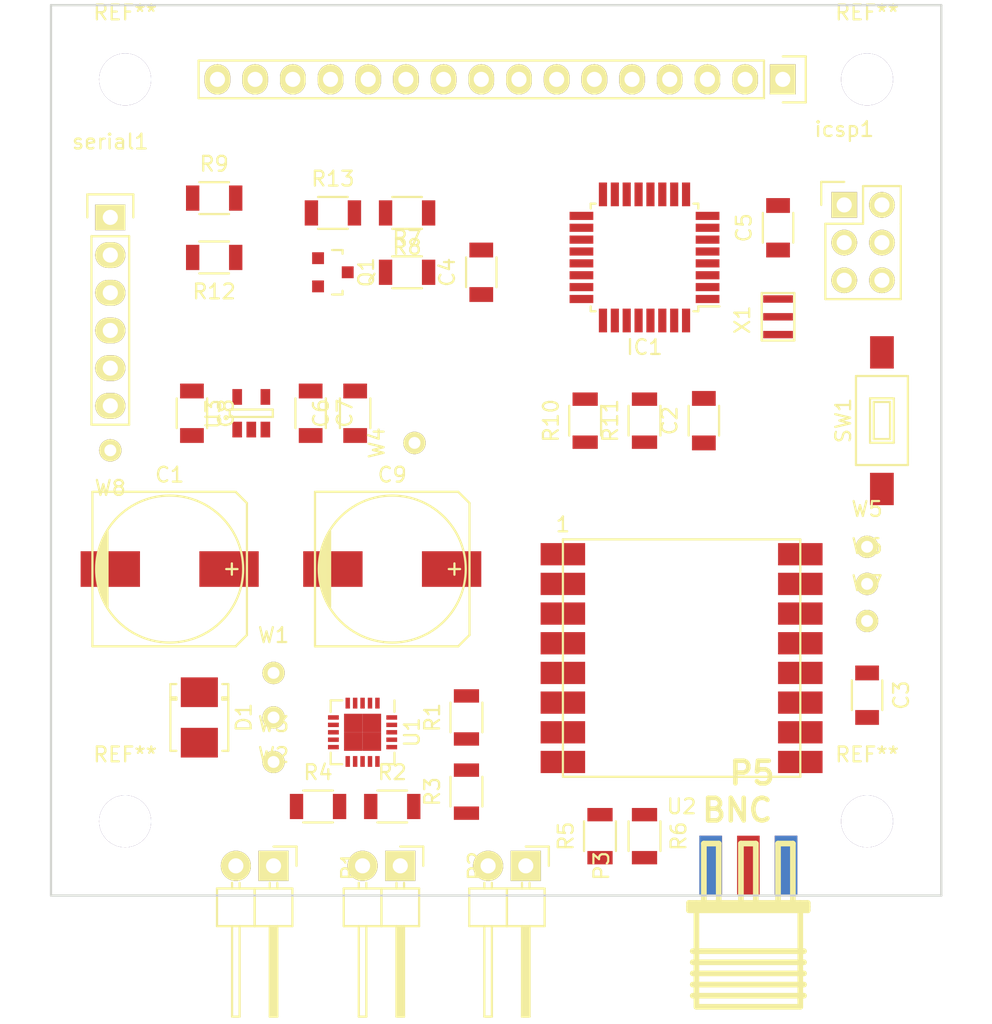
<source format=kicad_pcb>
(kicad_pcb (version 4) (host pcbnew 4.0.4+e1-6308~48~ubuntu14.04.1-stable)

  (general
    (links 122)
    (no_connects 122)
    (area 174.924999 100.924999 235.075001 161.075001)
    (thickness 1.6)
    (drawings 4)
    (tracks 0)
    (zones 0)
    (modules 49)
    (nets 47)
  )

  (page A4)
  (layers
    (0 F.Cu signal)
    (31 B.Cu signal)
    (32 B.Adhes user)
    (33 F.Adhes user)
    (34 B.Paste user)
    (35 F.Paste user)
    (36 B.SilkS user)
    (37 F.SilkS user)
    (38 B.Mask user)
    (39 F.Mask user)
    (40 Dwgs.User user)
    (41 Cmts.User user)
    (42 Eco1.User user)
    (43 Eco2.User user)
    (44 Edge.Cuts user)
    (45 Margin user)
    (46 B.CrtYd user)
    (47 F.CrtYd user)
    (48 B.Fab user)
    (49 F.Fab user)
  )

  (setup
    (last_trace_width 0.25)
    (trace_clearance 0.2)
    (zone_clearance 0.508)
    (zone_45_only no)
    (trace_min 0.2)
    (segment_width 0.2)
    (edge_width 0.15)
    (via_size 0.6)
    (via_drill 0.4)
    (via_min_size 0.4)
    (via_min_drill 0.3)
    (uvia_size 0.3)
    (uvia_drill 0.1)
    (uvias_allowed no)
    (uvia_min_size 0.2)
    (uvia_min_drill 0.1)
    (pcb_text_width 0.3)
    (pcb_text_size 1.5 1.5)
    (mod_edge_width 0.15)
    (mod_text_size 1 1)
    (mod_text_width 0.15)
    (pad_size 1.524 1.524)
    (pad_drill 0.762)
    (pad_to_mask_clearance 0.2)
    (aux_axis_origin 0 0)
    (visible_elements FFFFF77F)
    (pcbplotparams
      (layerselection 0x00030_80000001)
      (usegerberextensions false)
      (excludeedgelayer true)
      (linewidth 0.100000)
      (plotframeref false)
      (viasonmask false)
      (mode 1)
      (useauxorigin false)
      (hpglpennumber 1)
      (hpglpenspeed 20)
      (hpglpendiameter 15)
      (hpglpenoverlay 2)
      (psnegative false)
      (psa4output false)
      (plotreference true)
      (plotvalue true)
      (plotinvisibletext false)
      (padsonsilk false)
      (subtractmaskfromsilk false)
      (outputformat 1)
      (mirror false)
      (drillshape 1)
      (scaleselection 1)
      (outputdirectory ""))
  )

  (net 0 "")
  (net 1 Earth)
  (net 2 VCC)
  (net 3 "Net-(C2-Pad1)")
  (net 4 reset)
  (net 5 +3V3)
  (net 6 reg_in)
  (net 7 "Net-(C7-Pad1)")
  (net 8 "Net-(D1-Pad2)")
  (net 9 gpio2)
  (net 10 gpio3)
  (net 11 "Net-(IC1-Pad7)")
  (net 12 "Net-(IC1-Pad8)")
  (net 13 gpio4)
  (net 14 gpio5)
  (net 15 gpio6)
  (net 16 gpio7)
  (net 17 gpio8)
  (net 18 gpio9)
  (net 19 divider)
  (net 20 miso)
  (net 21 sck)
  (net 22 gpio10)
  (net 23 "Net-(IC1-Pad22)")
  (net 24 batt-adc)
  (net 25 panel)
  (net 26 radio_cs)
  (net 27 gpio11)
  (net 28 gpio12)
  (net 29 gpio13)
  (net 30 rx)
  (net 31 tx)
  (net 32 gpio1)
  (net 33 batt)
  (net 34 "Net-(P3-Pad1)")
  (net 35 "Net-(P5-Pad1)")
  (net 36 "Net-(Q1-Pad3)")
  (net 37 "Net-(R1-Pad2)")
  (net 38 "Net-(R3-Pad2)")
  (net 39 "Net-(R4-Pad2)")
  (net 40 "Net-(R5-Pad2)")
  (net 41 "Net-(U1-Pad6)")
  (net 42 /stat2)
  (net 43 /stat1)
  (net 44 "Net-(U2-Pad14)")
  (net 45 "Net-(U2-Pad15)")
  (net 46 "Net-(U2-Pad16)")

  (net_class Default "This is the default net class."
    (clearance 0.2)
    (trace_width 0.25)
    (via_dia 0.6)
    (via_drill 0.4)
    (uvia_dia 0.3)
    (uvia_drill 0.1)
    (add_net +3V3)
    (add_net /stat1)
    (add_net /stat2)
    (add_net Earth)
    (add_net "Net-(C2-Pad1)")
    (add_net "Net-(C7-Pad1)")
    (add_net "Net-(D1-Pad2)")
    (add_net "Net-(IC1-Pad22)")
    (add_net "Net-(IC1-Pad7)")
    (add_net "Net-(IC1-Pad8)")
    (add_net "Net-(P3-Pad1)")
    (add_net "Net-(P5-Pad1)")
    (add_net "Net-(Q1-Pad3)")
    (add_net "Net-(R1-Pad2)")
    (add_net "Net-(R3-Pad2)")
    (add_net "Net-(R4-Pad2)")
    (add_net "Net-(R5-Pad2)")
    (add_net "Net-(U1-Pad6)")
    (add_net "Net-(U2-Pad14)")
    (add_net "Net-(U2-Pad15)")
    (add_net "Net-(U2-Pad16)")
    (add_net VCC)
    (add_net batt)
    (add_net batt-adc)
    (add_net divider)
    (add_net gpio1)
    (add_net gpio10)
    (add_net gpio11)
    (add_net gpio12)
    (add_net gpio13)
    (add_net gpio2)
    (add_net gpio3)
    (add_net gpio4)
    (add_net gpio5)
    (add_net gpio6)
    (add_net gpio7)
    (add_net gpio8)
    (add_net gpio9)
    (add_net miso)
    (add_net panel)
    (add_net radio_cs)
    (add_net reg_in)
    (add_net reset)
    (add_net rx)
    (add_net sck)
    (add_net tx)
  )

  (net_class power ""
    (clearance 0.2)
    (trace_width 0.4)
    (via_dia 0.6)
    (via_drill 0.4)
    (uvia_dia 0.3)
    (uvia_drill 0.1)
  )

  (module Capacitors_SMD:C_1206 (layer F.Cu) (tedit 5415D7BD) (tstamp 5882078E)
    (at 219 129 90)
    (descr "Capacitor SMD 1206, reflow soldering, AVX (see smccp.pdf)")
    (tags "capacitor 1206")
    (path /588120C8)
    (attr smd)
    (fp_text reference C2 (at 0 -2.3 90) (layer F.SilkS)
      (effects (font (size 1 1) (thickness 0.15)))
    )
    (fp_text value 100n (at 0 2.3 90) (layer F.Fab)
      (effects (font (size 1 1) (thickness 0.15)))
    )
    (fp_line (start -2.3 -1.15) (end 2.3 -1.15) (layer F.CrtYd) (width 0.05))
    (fp_line (start -2.3 1.15) (end 2.3 1.15) (layer F.CrtYd) (width 0.05))
    (fp_line (start -2.3 -1.15) (end -2.3 1.15) (layer F.CrtYd) (width 0.05))
    (fp_line (start 2.3 -1.15) (end 2.3 1.15) (layer F.CrtYd) (width 0.05))
    (fp_line (start 1 -1.025) (end -1 -1.025) (layer F.SilkS) (width 0.15))
    (fp_line (start -1 1.025) (end 1 1.025) (layer F.SilkS) (width 0.15))
    (pad 1 smd rect (at -1.5 0 90) (size 1 1.6) (layers F.Cu F.Paste F.Mask)
      (net 3 "Net-(C2-Pad1)"))
    (pad 2 smd rect (at 1.5 0 90) (size 1 1.6) (layers F.Cu F.Paste F.Mask)
      (net 4 reset))
    (model Capacitors_SMD.3dshapes/C_1206.wrl
      (at (xyz 0 0 0))
      (scale (xyz 1 1 1))
      (rotate (xyz 0 0 0))
    )
  )

  (module Capacitors_SMD:C_1206 (layer F.Cu) (tedit 5415D7BD) (tstamp 58820794)
    (at 230 147.5 270)
    (descr "Capacitor SMD 1206, reflow soldering, AVX (see smccp.pdf)")
    (tags "capacitor 1206")
    (path /58823AE2)
    (attr smd)
    (fp_text reference C3 (at 0 -2.3 270) (layer F.SilkS)
      (effects (font (size 1 1) (thickness 0.15)))
    )
    (fp_text value 10u (at 0 2.3 270) (layer F.Fab)
      (effects (font (size 1 1) (thickness 0.15)))
    )
    (fp_line (start -2.3 -1.15) (end 2.3 -1.15) (layer F.CrtYd) (width 0.05))
    (fp_line (start -2.3 1.15) (end 2.3 1.15) (layer F.CrtYd) (width 0.05))
    (fp_line (start -2.3 -1.15) (end -2.3 1.15) (layer F.CrtYd) (width 0.05))
    (fp_line (start 2.3 -1.15) (end 2.3 1.15) (layer F.CrtYd) (width 0.05))
    (fp_line (start 1 -1.025) (end -1 -1.025) (layer F.SilkS) (width 0.15))
    (fp_line (start -1 1.025) (end 1 1.025) (layer F.SilkS) (width 0.15))
    (pad 1 smd rect (at -1.5 0 270) (size 1 1.6) (layers F.Cu F.Paste F.Mask)
      (net 5 +3V3))
    (pad 2 smd rect (at 1.5 0 270) (size 1 1.6) (layers F.Cu F.Paste F.Mask)
      (net 1 Earth))
    (model Capacitors_SMD.3dshapes/C_1206.wrl
      (at (xyz 0 0 0))
      (scale (xyz 1 1 1))
      (rotate (xyz 0 0 0))
    )
  )

  (module Capacitors_SMD:C_1206 (layer F.Cu) (tedit 5415D7BD) (tstamp 5882079A)
    (at 204 119 90)
    (descr "Capacitor SMD 1206, reflow soldering, AVX (see smccp.pdf)")
    (tags "capacitor 1206")
    (path /58812029)
    (attr smd)
    (fp_text reference C4 (at 0 -2.3 90) (layer F.SilkS)
      (effects (font (size 1 1) (thickness 0.15)))
    )
    (fp_text value 2.2u (at 0 2.3 90) (layer F.Fab)
      (effects (font (size 1 1) (thickness 0.15)))
    )
    (fp_line (start -2.3 -1.15) (end 2.3 -1.15) (layer F.CrtYd) (width 0.05))
    (fp_line (start -2.3 1.15) (end 2.3 1.15) (layer F.CrtYd) (width 0.05))
    (fp_line (start -2.3 -1.15) (end -2.3 1.15) (layer F.CrtYd) (width 0.05))
    (fp_line (start 2.3 -1.15) (end 2.3 1.15) (layer F.CrtYd) (width 0.05))
    (fp_line (start 1 -1.025) (end -1 -1.025) (layer F.SilkS) (width 0.15))
    (fp_line (start -1 1.025) (end 1 1.025) (layer F.SilkS) (width 0.15))
    (pad 1 smd rect (at -1.5 0 90) (size 1 1.6) (layers F.Cu F.Paste F.Mask)
      (net 1 Earth))
    (pad 2 smd rect (at 1.5 0 90) (size 1 1.6) (layers F.Cu F.Paste F.Mask)
      (net 5 +3V3))
    (model Capacitors_SMD.3dshapes/C_1206.wrl
      (at (xyz 0 0 0))
      (scale (xyz 1 1 1))
      (rotate (xyz 0 0 0))
    )
  )

  (module Capacitors_SMD:C_1206 (layer F.Cu) (tedit 5415D7BD) (tstamp 588207A0)
    (at 224 116 90)
    (descr "Capacitor SMD 1206, reflow soldering, AVX (see smccp.pdf)")
    (tags "capacitor 1206")
    (path /5882075E)
    (attr smd)
    (fp_text reference C5 (at 0 -2.3 90) (layer F.SilkS)
      (effects (font (size 1 1) (thickness 0.15)))
    )
    (fp_text value 1u (at 0 2.3 90) (layer F.Fab)
      (effects (font (size 1 1) (thickness 0.15)))
    )
    (fp_line (start -2.3 -1.15) (end 2.3 -1.15) (layer F.CrtYd) (width 0.05))
    (fp_line (start -2.3 1.15) (end 2.3 1.15) (layer F.CrtYd) (width 0.05))
    (fp_line (start -2.3 -1.15) (end -2.3 1.15) (layer F.CrtYd) (width 0.05))
    (fp_line (start 2.3 -1.15) (end 2.3 1.15) (layer F.CrtYd) (width 0.05))
    (fp_line (start 1 -1.025) (end -1 -1.025) (layer F.SilkS) (width 0.15))
    (fp_line (start -1 1.025) (end 1 1.025) (layer F.SilkS) (width 0.15))
    (pad 1 smd rect (at -1.5 0 90) (size 1 1.6) (layers F.Cu F.Paste F.Mask)
      (net 5 +3V3))
    (pad 2 smd rect (at 1.5 0 90) (size 1 1.6) (layers F.Cu F.Paste F.Mask)
      (net 1 Earth))
    (model Capacitors_SMD.3dshapes/C_1206.wrl
      (at (xyz 0 0 0))
      (scale (xyz 1 1 1))
      (rotate (xyz 0 0 0))
    )
  )

  (module Capacitors_SMD:C_1206 (layer F.Cu) (tedit 5415D7BD) (tstamp 588207A6)
    (at 195.5 128.5 90)
    (descr "Capacitor SMD 1206, reflow soldering, AVX (see smccp.pdf)")
    (tags "capacitor 1206")
    (path /5881204B)
    (attr smd)
    (fp_text reference C6 (at 0 -2.3 90) (layer F.SilkS)
      (effects (font (size 1 1) (thickness 0.15)))
    )
    (fp_text value 1u (at 0 2.3 90) (layer F.Fab)
      (effects (font (size 1 1) (thickness 0.15)))
    )
    (fp_line (start -2.3 -1.15) (end 2.3 -1.15) (layer F.CrtYd) (width 0.05))
    (fp_line (start -2.3 1.15) (end 2.3 1.15) (layer F.CrtYd) (width 0.05))
    (fp_line (start -2.3 -1.15) (end -2.3 1.15) (layer F.CrtYd) (width 0.05))
    (fp_line (start 2.3 -1.15) (end 2.3 1.15) (layer F.CrtYd) (width 0.05))
    (fp_line (start 1 -1.025) (end -1 -1.025) (layer F.SilkS) (width 0.15))
    (fp_line (start -1 1.025) (end 1 1.025) (layer F.SilkS) (width 0.15))
    (pad 1 smd rect (at -1.5 0 90) (size 1 1.6) (layers F.Cu F.Paste F.Mask)
      (net 6 reg_in))
    (pad 2 smd rect (at 1.5 0 90) (size 1 1.6) (layers F.Cu F.Paste F.Mask)
      (net 1 Earth))
    (model Capacitors_SMD.3dshapes/C_1206.wrl
      (at (xyz 0 0 0))
      (scale (xyz 1 1 1))
      (rotate (xyz 0 0 0))
    )
  )

  (module Capacitors_SMD:C_1206 (layer F.Cu) (tedit 5415D7BD) (tstamp 588207AC)
    (at 192.5 128.5 270)
    (descr "Capacitor SMD 1206, reflow soldering, AVX (see smccp.pdf)")
    (tags "capacitor 1206")
    (path /58812109)
    (attr smd)
    (fp_text reference C7 (at 0 -2.3 270) (layer F.SilkS)
      (effects (font (size 1 1) (thickness 0.15)))
    )
    (fp_text value 0.01u (at 0 2.3 270) (layer F.Fab)
      (effects (font (size 1 1) (thickness 0.15)))
    )
    (fp_line (start -2.3 -1.15) (end 2.3 -1.15) (layer F.CrtYd) (width 0.05))
    (fp_line (start -2.3 1.15) (end 2.3 1.15) (layer F.CrtYd) (width 0.05))
    (fp_line (start -2.3 -1.15) (end -2.3 1.15) (layer F.CrtYd) (width 0.05))
    (fp_line (start 2.3 -1.15) (end 2.3 1.15) (layer F.CrtYd) (width 0.05))
    (fp_line (start 1 -1.025) (end -1 -1.025) (layer F.SilkS) (width 0.15))
    (fp_line (start -1 1.025) (end 1 1.025) (layer F.SilkS) (width 0.15))
    (pad 1 smd rect (at -1.5 0 270) (size 1 1.6) (layers F.Cu F.Paste F.Mask)
      (net 7 "Net-(C7-Pad1)"))
    (pad 2 smd rect (at 1.5 0 270) (size 1 1.6) (layers F.Cu F.Paste F.Mask)
      (net 1 Earth))
    (model Capacitors_SMD.3dshapes/C_1206.wrl
      (at (xyz 0 0 0))
      (scale (xyz 1 1 1))
      (rotate (xyz 0 0 0))
    )
  )

  (module Capacitors_SMD:C_1206 (layer F.Cu) (tedit 5415D7BD) (tstamp 588207B2)
    (at 184.5 128.5 270)
    (descr "Capacitor SMD 1206, reflow soldering, AVX (see smccp.pdf)")
    (tags "capacitor 1206")
    (path /58812052)
    (attr smd)
    (fp_text reference C8 (at 0 -2.3 270) (layer F.SilkS)
      (effects (font (size 1 1) (thickness 0.15)))
    )
    (fp_text value 2.2u (at 0 2.3 270) (layer F.Fab)
      (effects (font (size 1 1) (thickness 0.15)))
    )
    (fp_line (start -2.3 -1.15) (end 2.3 -1.15) (layer F.CrtYd) (width 0.05))
    (fp_line (start -2.3 1.15) (end 2.3 1.15) (layer F.CrtYd) (width 0.05))
    (fp_line (start -2.3 -1.15) (end -2.3 1.15) (layer F.CrtYd) (width 0.05))
    (fp_line (start 2.3 -1.15) (end 2.3 1.15) (layer F.CrtYd) (width 0.05))
    (fp_line (start 1 -1.025) (end -1 -1.025) (layer F.SilkS) (width 0.15))
    (fp_line (start -1 1.025) (end 1 1.025) (layer F.SilkS) (width 0.15))
    (pad 1 smd rect (at -1.5 0 270) (size 1 1.6) (layers F.Cu F.Paste F.Mask)
      (net 5 +3V3))
    (pad 2 smd rect (at 1.5 0 270) (size 1 1.6) (layers F.Cu F.Paste F.Mask)
      (net 1 Earth))
    (model Capacitors_SMD.3dshapes/C_1206.wrl
      (at (xyz 0 0 0))
      (scale (xyz 1 1 1))
      (rotate (xyz 0 0 0))
    )
  )

  (module Diodes_SMD:DO-214BA (layer F.Cu) (tedit 54DF7BCF) (tstamp 588207B8)
    (at 185 149 270)
    (descr "Microsemi LSM115J")
    (tags "DO-214BA diode")
    (path /5881DFF0)
    (attr smd)
    (fp_text reference D1 (at 0 -3 270) (layer F.SilkS)
      (effects (font (size 1 1) (thickness 0.15)))
    )
    (fp_text value D_Schottky (at 0 3 270) (layer F.Fab)
      (effects (font (size 1 1) (thickness 0.15)))
    )
    (fp_line (start -3 -2.25) (end 3 -2.25) (layer F.CrtYd) (width 0.05))
    (fp_line (start 3 -2.25) (end 3 2.25) (layer F.CrtYd) (width 0.05))
    (fp_line (start 3 2.25) (end -3 2.25) (layer F.CrtYd) (width 0.05))
    (fp_line (start -3 2.25) (end -3 -2.25) (layer F.CrtYd) (width 0.05))
    (fp_line (start -2.25 -1.95) (end -2.25 -1.55) (layer F.SilkS) (width 0.15))
    (fp_line (start -2.25 1.95) (end -2.25 1.55) (layer F.SilkS) (width 0.15))
    (fp_line (start 2.25 1.95) (end 2.25 1.55) (layer F.SilkS) (width 0.15))
    (fp_line (start 2.25 -1.95) (end 2.25 -1.55) (layer F.SilkS) (width 0.15))
    (fp_line (start -1.35 1.95) (end -1.35 1.55) (layer F.SilkS) (width 0.15))
    (fp_line (start -1.35 1.55) (end -1.2 1.55) (layer F.SilkS) (width 0.15))
    (fp_line (start -1.2 1.55) (end -1.2 1.95) (layer F.SilkS) (width 0.15))
    (fp_line (start -1.35 -1.95) (end -1.35 -1.55) (layer F.SilkS) (width 0.15))
    (fp_line (start -1.35 -1.55) (end -1.2 -1.55) (layer F.SilkS) (width 0.15))
    (fp_line (start -1.2 -1.55) (end -1.2 -1.95) (layer F.SilkS) (width 0.15))
    (fp_line (start -2.25 -1.95) (end 2.25 -1.95) (layer F.SilkS) (width 0.15))
    (fp_line (start 2.25 1.95) (end -2.25 1.95) (layer F.SilkS) (width 0.15))
    (pad 2 smd rect (at 1.7 0 270) (size 2 2.5) (layers F.Cu F.Paste F.Mask)
      (net 8 "Net-(D1-Pad2)"))
    (pad 1 smd rect (at -1.7 0 270) (size 2 2.5) (layers F.Cu F.Paste F.Mask)
      (net 2 VCC))
  )

  (module Housings_QFP:TQFP-32_7x7mm_Pitch0.8mm (layer F.Cu) (tedit 54130A77) (tstamp 588207DC)
    (at 215 118 180)
    (descr "32-Lead Plastic Thin Quad Flatpack (PT) - 7x7x1.0 mm Body, 2.00 mm [TQFP] (see Microchip Packaging Specification 00000049BS.pdf)")
    (tags "QFP 0.8")
    (path /58811FF1)
    (attr smd)
    (fp_text reference IC1 (at 0 -6.05 180) (layer F.SilkS)
      (effects (font (size 1 1) (thickness 0.15)))
    )
    (fp_text value ATMEGA328P-A (at 0 6.05 180) (layer F.Fab)
      (effects (font (size 1 1) (thickness 0.15)))
    )
    (fp_line (start -5.3 -5.3) (end -5.3 5.3) (layer F.CrtYd) (width 0.05))
    (fp_line (start 5.3 -5.3) (end 5.3 5.3) (layer F.CrtYd) (width 0.05))
    (fp_line (start -5.3 -5.3) (end 5.3 -5.3) (layer F.CrtYd) (width 0.05))
    (fp_line (start -5.3 5.3) (end 5.3 5.3) (layer F.CrtYd) (width 0.05))
    (fp_line (start -3.625 -3.625) (end -3.625 -3.3) (layer F.SilkS) (width 0.15))
    (fp_line (start 3.625 -3.625) (end 3.625 -3.3) (layer F.SilkS) (width 0.15))
    (fp_line (start 3.625 3.625) (end 3.625 3.3) (layer F.SilkS) (width 0.15))
    (fp_line (start -3.625 3.625) (end -3.625 3.3) (layer F.SilkS) (width 0.15))
    (fp_line (start -3.625 -3.625) (end -3.3 -3.625) (layer F.SilkS) (width 0.15))
    (fp_line (start -3.625 3.625) (end -3.3 3.625) (layer F.SilkS) (width 0.15))
    (fp_line (start 3.625 3.625) (end 3.3 3.625) (layer F.SilkS) (width 0.15))
    (fp_line (start 3.625 -3.625) (end 3.3 -3.625) (layer F.SilkS) (width 0.15))
    (fp_line (start -3.625 -3.3) (end -5.05 -3.3) (layer F.SilkS) (width 0.15))
    (pad 1 smd rect (at -4.25 -2.8 180) (size 1.6 0.55) (layers F.Cu F.Paste F.Mask)
      (net 9 gpio2))
    (pad 2 smd rect (at -4.25 -2 180) (size 1.6 0.55) (layers F.Cu F.Paste F.Mask)
      (net 10 gpio3))
    (pad 3 smd rect (at -4.25 -1.2 180) (size 1.6 0.55) (layers F.Cu F.Paste F.Mask)
      (net 1 Earth))
    (pad 4 smd rect (at -4.25 -0.4 180) (size 1.6 0.55) (layers F.Cu F.Paste F.Mask)
      (net 5 +3V3))
    (pad 5 smd rect (at -4.25 0.4 180) (size 1.6 0.55) (layers F.Cu F.Paste F.Mask)
      (net 1 Earth))
    (pad 6 smd rect (at -4.25 1.2 180) (size 1.6 0.55) (layers F.Cu F.Paste F.Mask)
      (net 5 +3V3))
    (pad 7 smd rect (at -4.25 2 180) (size 1.6 0.55) (layers F.Cu F.Paste F.Mask)
      (net 11 "Net-(IC1-Pad7)"))
    (pad 8 smd rect (at -4.25 2.8 180) (size 1.6 0.55) (layers F.Cu F.Paste F.Mask)
      (net 12 "Net-(IC1-Pad8)"))
    (pad 9 smd rect (at -2.8 4.25 270) (size 1.6 0.55) (layers F.Cu F.Paste F.Mask)
      (net 13 gpio4))
    (pad 10 smd rect (at -2 4.25 270) (size 1.6 0.55) (layers F.Cu F.Paste F.Mask)
      (net 14 gpio5))
    (pad 11 smd rect (at -1.2 4.25 270) (size 1.6 0.55) (layers F.Cu F.Paste F.Mask)
      (net 15 gpio6))
    (pad 12 smd rect (at -0.4 4.25 270) (size 1.6 0.55) (layers F.Cu F.Paste F.Mask)
      (net 16 gpio7))
    (pad 13 smd rect (at 0.4 4.25 270) (size 1.6 0.55) (layers F.Cu F.Paste F.Mask)
      (net 17 gpio8))
    (pad 14 smd rect (at 1.2 4.25 270) (size 1.6 0.55) (layers F.Cu F.Paste F.Mask)
      (net 18 gpio9))
    (pad 15 smd rect (at 2 4.25 270) (size 1.6 0.55) (layers F.Cu F.Paste F.Mask)
      (net 19 divider))
    (pad 16 smd rect (at 2.8 4.25 270) (size 1.6 0.55) (layers F.Cu F.Paste F.Mask)
      (net 20 miso))
    (pad 17 smd rect (at 4.25 2.8 180) (size 1.6 0.55) (layers F.Cu F.Paste F.Mask)
      (net 21 sck))
    (pad 18 smd rect (at 4.25 2 180) (size 1.6 0.55) (layers F.Cu F.Paste F.Mask)
      (net 5 +3V3))
    (pad 19 smd rect (at 4.25 1.2 180) (size 1.6 0.55) (layers F.Cu F.Paste F.Mask)
      (net 22 gpio10))
    (pad 20 smd rect (at 4.25 0.4 180) (size 1.6 0.55) (layers F.Cu F.Paste F.Mask))
    (pad 21 smd rect (at 4.25 -0.4 180) (size 1.6 0.55) (layers F.Cu F.Paste F.Mask)
      (net 1 Earth))
    (pad 22 smd rect (at 4.25 -1.2 180) (size 1.6 0.55) (layers F.Cu F.Paste F.Mask)
      (net 23 "Net-(IC1-Pad22)"))
    (pad 23 smd rect (at 4.25 -2 180) (size 1.6 0.55) (layers F.Cu F.Paste F.Mask)
      (net 24 batt-adc))
    (pad 24 smd rect (at 4.25 -2.8 180) (size 1.6 0.55) (layers F.Cu F.Paste F.Mask)
      (net 25 panel))
    (pad 25 smd rect (at 2.8 -4.25 270) (size 1.6 0.55) (layers F.Cu F.Paste F.Mask)
      (net 26 radio_cs))
    (pad 26 smd rect (at 2 -4.25 270) (size 1.6 0.55) (layers F.Cu F.Paste F.Mask)
      (net 27 gpio11))
    (pad 27 smd rect (at 1.2 -4.25 270) (size 1.6 0.55) (layers F.Cu F.Paste F.Mask)
      (net 28 gpio12))
    (pad 28 smd rect (at 0.4 -4.25 270) (size 1.6 0.55) (layers F.Cu F.Paste F.Mask)
      (net 29 gpio13))
    (pad 29 smd rect (at -0.4 -4.25 270) (size 1.6 0.55) (layers F.Cu F.Paste F.Mask)
      (net 4 reset))
    (pad 30 smd rect (at -1.2 -4.25 270) (size 1.6 0.55) (layers F.Cu F.Paste F.Mask)
      (net 30 rx))
    (pad 31 smd rect (at -2 -4.25 270) (size 1.6 0.55) (layers F.Cu F.Paste F.Mask)
      (net 31 tx))
    (pad 32 smd rect (at -2.8 -4.25 270) (size 1.6 0.55) (layers F.Cu F.Paste F.Mask)
      (net 32 gpio1))
    (model Housings_QFP.3dshapes/TQFP-32_7x7mm_Pitch0.8mm.wrl
      (at (xyz 0 0 0))
      (scale (xyz 1 1 1))
      (rotate (xyz 0 0 0))
    )
  )

  (module Pin_Headers:Pin_Header_Straight_2x03 (layer F.Cu) (tedit 54EA0A4B) (tstamp 588207E6)
    (at 228.46 114.46)
    (descr "Through hole pin header")
    (tags "pin header")
    (path /58811FF8)
    (fp_text reference icsp1 (at 0 -5.1) (layer F.SilkS)
      (effects (font (size 1 1) (thickness 0.15)))
    )
    (fp_text value icsp (at 0 -3.1) (layer F.Fab)
      (effects (font (size 1 1) (thickness 0.15)))
    )
    (fp_line (start -1.27 1.27) (end -1.27 6.35) (layer F.SilkS) (width 0.15))
    (fp_line (start -1.55 -1.55) (end 0 -1.55) (layer F.SilkS) (width 0.15))
    (fp_line (start -1.75 -1.75) (end -1.75 6.85) (layer F.CrtYd) (width 0.05))
    (fp_line (start 4.3 -1.75) (end 4.3 6.85) (layer F.CrtYd) (width 0.05))
    (fp_line (start -1.75 -1.75) (end 4.3 -1.75) (layer F.CrtYd) (width 0.05))
    (fp_line (start -1.75 6.85) (end 4.3 6.85) (layer F.CrtYd) (width 0.05))
    (fp_line (start 1.27 -1.27) (end 1.27 1.27) (layer F.SilkS) (width 0.15))
    (fp_line (start 1.27 1.27) (end -1.27 1.27) (layer F.SilkS) (width 0.15))
    (fp_line (start -1.27 6.35) (end 3.81 6.35) (layer F.SilkS) (width 0.15))
    (fp_line (start 3.81 6.35) (end 3.81 1.27) (layer F.SilkS) (width 0.15))
    (fp_line (start -1.55 -1.55) (end -1.55 0) (layer F.SilkS) (width 0.15))
    (fp_line (start 3.81 -1.27) (end 1.27 -1.27) (layer F.SilkS) (width 0.15))
    (fp_line (start 3.81 1.27) (end 3.81 -1.27) (layer F.SilkS) (width 0.15))
    (pad 1 thru_hole rect (at 0 0) (size 1.7272 1.7272) (drill 1.016) (layers *.Cu *.Mask F.SilkS)
      (net 20 miso))
    (pad 2 thru_hole oval (at 2.54 0) (size 1.7272 1.7272) (drill 1.016) (layers *.Cu *.Mask F.SilkS))
    (pad 3 thru_hole oval (at 0 2.54) (size 1.7272 1.7272) (drill 1.016) (layers *.Cu *.Mask F.SilkS)
      (net 21 sck))
    (pad 4 thru_hole oval (at 2.54 2.54) (size 1.7272 1.7272) (drill 1.016) (layers *.Cu *.Mask F.SilkS)
      (net 19 divider))
    (pad 5 thru_hole oval (at 0 5.08) (size 1.7272 1.7272) (drill 1.016) (layers *.Cu *.Mask F.SilkS)
      (net 4 reset))
    (pad 6 thru_hole oval (at 2.54 5.08) (size 1.7272 1.7272) (drill 1.016) (layers *.Cu *.Mask F.SilkS)
      (net 1 Earth))
    (model Pin_Headers.3dshapes/Pin_Header_Straight_2x03.wrl
      (at (xyz 0.05 -0.1 0))
      (scale (xyz 1 1 1))
      (rotate (xyz 0 0 90))
    )
  )

  (module Pin_Headers:Pin_Header_Angled_1x02 (layer F.Cu) (tedit 0) (tstamp 588207EC)
    (at 190 159 270)
    (descr "Through hole pin header")
    (tags "pin header")
    (path /5880EA23)
    (fp_text reference P1 (at 0 -5.1 270) (layer F.SilkS)
      (effects (font (size 1 1) (thickness 0.15)))
    )
    (fp_text value panel (at 0 -3.1 270) (layer F.Fab)
      (effects (font (size 1 1) (thickness 0.15)))
    )
    (fp_line (start -1.5 -1.75) (end -1.5 4.3) (layer F.CrtYd) (width 0.05))
    (fp_line (start 10.65 -1.75) (end 10.65 4.3) (layer F.CrtYd) (width 0.05))
    (fp_line (start -1.5 -1.75) (end 10.65 -1.75) (layer F.CrtYd) (width 0.05))
    (fp_line (start -1.5 4.3) (end 10.65 4.3) (layer F.CrtYd) (width 0.05))
    (fp_line (start -1.3 -1.55) (end -1.3 0) (layer F.SilkS) (width 0.15))
    (fp_line (start 0 -1.55) (end -1.3 -1.55) (layer F.SilkS) (width 0.15))
    (fp_line (start 4.191 -0.127) (end 10.033 -0.127) (layer F.SilkS) (width 0.15))
    (fp_line (start 10.033 -0.127) (end 10.033 0.127) (layer F.SilkS) (width 0.15))
    (fp_line (start 10.033 0.127) (end 4.191 0.127) (layer F.SilkS) (width 0.15))
    (fp_line (start 4.191 0.127) (end 4.191 0) (layer F.SilkS) (width 0.15))
    (fp_line (start 4.191 0) (end 10.033 0) (layer F.SilkS) (width 0.15))
    (fp_line (start 1.524 -0.254) (end 1.143 -0.254) (layer F.SilkS) (width 0.15))
    (fp_line (start 1.524 0.254) (end 1.143 0.254) (layer F.SilkS) (width 0.15))
    (fp_line (start 1.524 2.286) (end 1.143 2.286) (layer F.SilkS) (width 0.15))
    (fp_line (start 1.524 2.794) (end 1.143 2.794) (layer F.SilkS) (width 0.15))
    (fp_line (start 1.524 -1.27) (end 4.064 -1.27) (layer F.SilkS) (width 0.15))
    (fp_line (start 1.524 1.27) (end 4.064 1.27) (layer F.SilkS) (width 0.15))
    (fp_line (start 1.524 1.27) (end 1.524 3.81) (layer F.SilkS) (width 0.15))
    (fp_line (start 1.524 3.81) (end 4.064 3.81) (layer F.SilkS) (width 0.15))
    (fp_line (start 4.064 2.286) (end 10.16 2.286) (layer F.SilkS) (width 0.15))
    (fp_line (start 10.16 2.286) (end 10.16 2.794) (layer F.SilkS) (width 0.15))
    (fp_line (start 10.16 2.794) (end 4.064 2.794) (layer F.SilkS) (width 0.15))
    (fp_line (start 4.064 3.81) (end 4.064 1.27) (layer F.SilkS) (width 0.15))
    (fp_line (start 4.064 1.27) (end 4.064 -1.27) (layer F.SilkS) (width 0.15))
    (fp_line (start 10.16 0.254) (end 4.064 0.254) (layer F.SilkS) (width 0.15))
    (fp_line (start 10.16 -0.254) (end 10.16 0.254) (layer F.SilkS) (width 0.15))
    (fp_line (start 4.064 -0.254) (end 10.16 -0.254) (layer F.SilkS) (width 0.15))
    (fp_line (start 1.524 1.27) (end 4.064 1.27) (layer F.SilkS) (width 0.15))
    (fp_line (start 1.524 -1.27) (end 1.524 1.27) (layer F.SilkS) (width 0.15))
    (pad 1 thru_hole rect (at 0 0 270) (size 2.032 2.032) (drill 1.016) (layers *.Cu *.Mask F.SilkS)
      (net 1 Earth))
    (pad 2 thru_hole oval (at 0 2.54 270) (size 2.032 2.032) (drill 1.016) (layers *.Cu *.Mask F.SilkS)
      (net 8 "Net-(D1-Pad2)"))
    (model Pin_Headers.3dshapes/Pin_Header_Angled_1x02.wrl
      (at (xyz 0 -0.05 0))
      (scale (xyz 1 1 1))
      (rotate (xyz 0 0 90))
    )
  )

  (module Pin_Headers:Pin_Header_Angled_1x02 (layer F.Cu) (tedit 0) (tstamp 588207F2)
    (at 198.54 159 270)
    (descr "Through hole pin header")
    (tags "pin header")
    (path /58810344)
    (fp_text reference P2 (at 0 -5.1 270) (layer F.SilkS)
      (effects (font (size 1 1) (thickness 0.15)))
    )
    (fp_text value lipo (at 0 -3.1 270) (layer F.Fab)
      (effects (font (size 1 1) (thickness 0.15)))
    )
    (fp_line (start -1.5 -1.75) (end -1.5 4.3) (layer F.CrtYd) (width 0.05))
    (fp_line (start 10.65 -1.75) (end 10.65 4.3) (layer F.CrtYd) (width 0.05))
    (fp_line (start -1.5 -1.75) (end 10.65 -1.75) (layer F.CrtYd) (width 0.05))
    (fp_line (start -1.5 4.3) (end 10.65 4.3) (layer F.CrtYd) (width 0.05))
    (fp_line (start -1.3 -1.55) (end -1.3 0) (layer F.SilkS) (width 0.15))
    (fp_line (start 0 -1.55) (end -1.3 -1.55) (layer F.SilkS) (width 0.15))
    (fp_line (start 4.191 -0.127) (end 10.033 -0.127) (layer F.SilkS) (width 0.15))
    (fp_line (start 10.033 -0.127) (end 10.033 0.127) (layer F.SilkS) (width 0.15))
    (fp_line (start 10.033 0.127) (end 4.191 0.127) (layer F.SilkS) (width 0.15))
    (fp_line (start 4.191 0.127) (end 4.191 0) (layer F.SilkS) (width 0.15))
    (fp_line (start 4.191 0) (end 10.033 0) (layer F.SilkS) (width 0.15))
    (fp_line (start 1.524 -0.254) (end 1.143 -0.254) (layer F.SilkS) (width 0.15))
    (fp_line (start 1.524 0.254) (end 1.143 0.254) (layer F.SilkS) (width 0.15))
    (fp_line (start 1.524 2.286) (end 1.143 2.286) (layer F.SilkS) (width 0.15))
    (fp_line (start 1.524 2.794) (end 1.143 2.794) (layer F.SilkS) (width 0.15))
    (fp_line (start 1.524 -1.27) (end 4.064 -1.27) (layer F.SilkS) (width 0.15))
    (fp_line (start 1.524 1.27) (end 4.064 1.27) (layer F.SilkS) (width 0.15))
    (fp_line (start 1.524 1.27) (end 1.524 3.81) (layer F.SilkS) (width 0.15))
    (fp_line (start 1.524 3.81) (end 4.064 3.81) (layer F.SilkS) (width 0.15))
    (fp_line (start 4.064 2.286) (end 10.16 2.286) (layer F.SilkS) (width 0.15))
    (fp_line (start 10.16 2.286) (end 10.16 2.794) (layer F.SilkS) (width 0.15))
    (fp_line (start 10.16 2.794) (end 4.064 2.794) (layer F.SilkS) (width 0.15))
    (fp_line (start 4.064 3.81) (end 4.064 1.27) (layer F.SilkS) (width 0.15))
    (fp_line (start 4.064 1.27) (end 4.064 -1.27) (layer F.SilkS) (width 0.15))
    (fp_line (start 10.16 0.254) (end 4.064 0.254) (layer F.SilkS) (width 0.15))
    (fp_line (start 10.16 -0.254) (end 10.16 0.254) (layer F.SilkS) (width 0.15))
    (fp_line (start 4.064 -0.254) (end 10.16 -0.254) (layer F.SilkS) (width 0.15))
    (fp_line (start 1.524 1.27) (end 4.064 1.27) (layer F.SilkS) (width 0.15))
    (fp_line (start 1.524 -1.27) (end 1.524 1.27) (layer F.SilkS) (width 0.15))
    (pad 1 thru_hole rect (at 0 0 270) (size 2.032 2.032) (drill 1.016) (layers *.Cu *.Mask F.SilkS)
      (net 33 batt))
    (pad 2 thru_hole oval (at 0 2.54 270) (size 2.032 2.032) (drill 1.016) (layers *.Cu *.Mask F.SilkS)
      (net 1 Earth))
    (model Pin_Headers.3dshapes/Pin_Header_Angled_1x02.wrl
      (at (xyz 0 -0.05 0))
      (scale (xyz 1 1 1))
      (rotate (xyz 0 0 90))
    )
  )

  (module Pin_Headers:Pin_Header_Angled_1x02 (layer F.Cu) (tedit 0) (tstamp 588207F8)
    (at 207 159 270)
    (descr "Through hole pin header")
    (tags "pin header")
    (path /5881077E)
    (fp_text reference P3 (at 0 -5.1 270) (layer F.SilkS)
      (effects (font (size 1 1) (thickness 0.15)))
    )
    (fp_text value therm (at 0 -3.1 270) (layer F.Fab)
      (effects (font (size 1 1) (thickness 0.15)))
    )
    (fp_line (start -1.5 -1.75) (end -1.5 4.3) (layer F.CrtYd) (width 0.05))
    (fp_line (start 10.65 -1.75) (end 10.65 4.3) (layer F.CrtYd) (width 0.05))
    (fp_line (start -1.5 -1.75) (end 10.65 -1.75) (layer F.CrtYd) (width 0.05))
    (fp_line (start -1.5 4.3) (end 10.65 4.3) (layer F.CrtYd) (width 0.05))
    (fp_line (start -1.3 -1.55) (end -1.3 0) (layer F.SilkS) (width 0.15))
    (fp_line (start 0 -1.55) (end -1.3 -1.55) (layer F.SilkS) (width 0.15))
    (fp_line (start 4.191 -0.127) (end 10.033 -0.127) (layer F.SilkS) (width 0.15))
    (fp_line (start 10.033 -0.127) (end 10.033 0.127) (layer F.SilkS) (width 0.15))
    (fp_line (start 10.033 0.127) (end 4.191 0.127) (layer F.SilkS) (width 0.15))
    (fp_line (start 4.191 0.127) (end 4.191 0) (layer F.SilkS) (width 0.15))
    (fp_line (start 4.191 0) (end 10.033 0) (layer F.SilkS) (width 0.15))
    (fp_line (start 1.524 -0.254) (end 1.143 -0.254) (layer F.SilkS) (width 0.15))
    (fp_line (start 1.524 0.254) (end 1.143 0.254) (layer F.SilkS) (width 0.15))
    (fp_line (start 1.524 2.286) (end 1.143 2.286) (layer F.SilkS) (width 0.15))
    (fp_line (start 1.524 2.794) (end 1.143 2.794) (layer F.SilkS) (width 0.15))
    (fp_line (start 1.524 -1.27) (end 4.064 -1.27) (layer F.SilkS) (width 0.15))
    (fp_line (start 1.524 1.27) (end 4.064 1.27) (layer F.SilkS) (width 0.15))
    (fp_line (start 1.524 1.27) (end 1.524 3.81) (layer F.SilkS) (width 0.15))
    (fp_line (start 1.524 3.81) (end 4.064 3.81) (layer F.SilkS) (width 0.15))
    (fp_line (start 4.064 2.286) (end 10.16 2.286) (layer F.SilkS) (width 0.15))
    (fp_line (start 10.16 2.286) (end 10.16 2.794) (layer F.SilkS) (width 0.15))
    (fp_line (start 10.16 2.794) (end 4.064 2.794) (layer F.SilkS) (width 0.15))
    (fp_line (start 4.064 3.81) (end 4.064 1.27) (layer F.SilkS) (width 0.15))
    (fp_line (start 4.064 1.27) (end 4.064 -1.27) (layer F.SilkS) (width 0.15))
    (fp_line (start 10.16 0.254) (end 4.064 0.254) (layer F.SilkS) (width 0.15))
    (fp_line (start 10.16 -0.254) (end 10.16 0.254) (layer F.SilkS) (width 0.15))
    (fp_line (start 4.064 -0.254) (end 10.16 -0.254) (layer F.SilkS) (width 0.15))
    (fp_line (start 1.524 1.27) (end 4.064 1.27) (layer F.SilkS) (width 0.15))
    (fp_line (start 1.524 -1.27) (end 1.524 1.27) (layer F.SilkS) (width 0.15))
    (pad 1 thru_hole rect (at 0 0 270) (size 2.032 2.032) (drill 1.016) (layers *.Cu *.Mask F.SilkS)
      (net 34 "Net-(P3-Pad1)"))
    (pad 2 thru_hole oval (at 0 2.54 270) (size 2.032 2.032) (drill 1.016) (layers *.Cu *.Mask F.SilkS)
      (net 1 Earth))
    (model Pin_Headers.3dshapes/Pin_Header_Angled_1x02.wrl
      (at (xyz 0 -0.05 0))
      (scale (xyz 1 1 1))
      (rotate (xyz 0 0 90))
    )
  )

  (module Pin_Headers:Pin_Header_Straight_1x16 (layer F.Cu) (tedit 0) (tstamp 5882080C)
    (at 224.32 106 270)
    (descr "Through hole pin header")
    (tags "pin header")
    (path /58821164)
    (fp_text reference P4 (at 0 -5.1 270) (layer F.SilkS)
      (effects (font (size 1 1) (thickness 0.15)))
    )
    (fp_text value CONN_01X16 (at 0 -3.1 270) (layer F.Fab)
      (effects (font (size 1 1) (thickness 0.15)))
    )
    (fp_line (start -1.75 -1.75) (end -1.75 39.85) (layer F.CrtYd) (width 0.05))
    (fp_line (start 1.75 -1.75) (end 1.75 39.85) (layer F.CrtYd) (width 0.05))
    (fp_line (start -1.75 -1.75) (end 1.75 -1.75) (layer F.CrtYd) (width 0.05))
    (fp_line (start -1.75 39.85) (end 1.75 39.85) (layer F.CrtYd) (width 0.05))
    (fp_line (start -1.27 1.27) (end -1.27 39.37) (layer F.SilkS) (width 0.15))
    (fp_line (start -1.27 39.37) (end 1.27 39.37) (layer F.SilkS) (width 0.15))
    (fp_line (start 1.27 39.37) (end 1.27 1.27) (layer F.SilkS) (width 0.15))
    (fp_line (start 1.55 -1.55) (end 1.55 0) (layer F.SilkS) (width 0.15))
    (fp_line (start 1.27 1.27) (end -1.27 1.27) (layer F.SilkS) (width 0.15))
    (fp_line (start -1.55 0) (end -1.55 -1.55) (layer F.SilkS) (width 0.15))
    (fp_line (start -1.55 -1.55) (end 1.55 -1.55) (layer F.SilkS) (width 0.15))
    (pad 1 thru_hole rect (at 0 0 270) (size 2.032 1.7272) (drill 1.016) (layers *.Cu *.Mask F.SilkS)
      (net 1 Earth))
    (pad 2 thru_hole oval (at 0 2.54 270) (size 2.032 1.7272) (drill 1.016) (layers *.Cu *.Mask F.SilkS)
      (net 5 +3V3))
    (pad 3 thru_hole oval (at 0 5.08 270) (size 2.032 1.7272) (drill 1.016) (layers *.Cu *.Mask F.SilkS)
      (net 6 reg_in))
    (pad 4 thru_hole oval (at 0 7.62 270) (size 2.032 1.7272) (drill 1.016) (layers *.Cu *.Mask F.SilkS)
      (net 32 gpio1))
    (pad 5 thru_hole oval (at 0 10.16 270) (size 2.032 1.7272) (drill 1.016) (layers *.Cu *.Mask F.SilkS)
      (net 9 gpio2))
    (pad 6 thru_hole oval (at 0 12.7 270) (size 2.032 1.7272) (drill 1.016) (layers *.Cu *.Mask F.SilkS)
      (net 10 gpio3))
    (pad 7 thru_hole oval (at 0 15.24 270) (size 2.032 1.7272) (drill 1.016) (layers *.Cu *.Mask F.SilkS)
      (net 13 gpio4))
    (pad 8 thru_hole oval (at 0 17.78 270) (size 2.032 1.7272) (drill 1.016) (layers *.Cu *.Mask F.SilkS)
      (net 14 gpio5))
    (pad 9 thru_hole oval (at 0 20.32 270) (size 2.032 1.7272) (drill 1.016) (layers *.Cu *.Mask F.SilkS)
      (net 15 gpio6))
    (pad 10 thru_hole oval (at 0 22.86 270) (size 2.032 1.7272) (drill 1.016) (layers *.Cu *.Mask F.SilkS)
      (net 16 gpio7))
    (pad 11 thru_hole oval (at 0 25.4 270) (size 2.032 1.7272) (drill 1.016) (layers *.Cu *.Mask F.SilkS)
      (net 17 gpio8))
    (pad 12 thru_hole oval (at 0 27.94 270) (size 2.032 1.7272) (drill 1.016) (layers *.Cu *.Mask F.SilkS)
      (net 18 gpio9))
    (pad 13 thru_hole oval (at 0 30.48 270) (size 2.032 1.7272) (drill 1.016) (layers *.Cu *.Mask F.SilkS)
      (net 22 gpio10))
    (pad 14 thru_hole oval (at 0 33.02 270) (size 2.032 1.7272) (drill 1.016) (layers *.Cu *.Mask F.SilkS)
      (net 27 gpio11))
    (pad 15 thru_hole oval (at 0 35.56 270) (size 2.032 1.7272) (drill 1.016) (layers *.Cu *.Mask F.SilkS)
      (net 28 gpio12))
    (pad 16 thru_hole oval (at 0 38.1 270) (size 2.032 1.7272) (drill 1.016) (layers *.Cu *.Mask F.SilkS)
      (net 29 gpio13))
    (model Pin_Headers.3dshapes/Pin_Header_Straight_1x16.wrl
      (at (xyz 0 -0.75 0))
      (scale (xyz 1 1 1))
      (rotate (xyz 0 0 90))
    )
  )

  (module TO_SOT_Packages_SMD:SOT-23 (layer F.Cu) (tedit 553634F8) (tstamp 5882082A)
    (at 194 119 270)
    (descr "SOT-23, Standard")
    (tags SOT-23)
    (path /588120DF)
    (attr smd)
    (fp_text reference Q1 (at 0 -2.25 270) (layer F.SilkS)
      (effects (font (size 1 1) (thickness 0.15)))
    )
    (fp_text value Q_NMOS_GSD (at 0 2.3 270) (layer F.Fab)
      (effects (font (size 1 1) (thickness 0.15)))
    )
    (fp_line (start -1.65 -1.6) (end 1.65 -1.6) (layer F.CrtYd) (width 0.05))
    (fp_line (start 1.65 -1.6) (end 1.65 1.6) (layer F.CrtYd) (width 0.05))
    (fp_line (start 1.65 1.6) (end -1.65 1.6) (layer F.CrtYd) (width 0.05))
    (fp_line (start -1.65 1.6) (end -1.65 -1.6) (layer F.CrtYd) (width 0.05))
    (fp_line (start 1.29916 -0.65024) (end 1.2509 -0.65024) (layer F.SilkS) (width 0.15))
    (fp_line (start -1.49982 0.0508) (end -1.49982 -0.65024) (layer F.SilkS) (width 0.15))
    (fp_line (start -1.49982 -0.65024) (end -1.2509 -0.65024) (layer F.SilkS) (width 0.15))
    (fp_line (start 1.29916 -0.65024) (end 1.49982 -0.65024) (layer F.SilkS) (width 0.15))
    (fp_line (start 1.49982 -0.65024) (end 1.49982 0.0508) (layer F.SilkS) (width 0.15))
    (pad 1 smd rect (at -0.95 1.00076 270) (size 0.8001 0.8001) (layers F.Cu F.Paste F.Mask)
      (net 19 divider))
    (pad 2 smd rect (at 0.95 1.00076 270) (size 0.8001 0.8001) (layers F.Cu F.Paste F.Mask)
      (net 1 Earth))
    (pad 3 smd rect (at 0 -0.99822 270) (size 0.8001 0.8001) (layers F.Cu F.Paste F.Mask)
      (net 36 "Net-(Q1-Pad3)"))
    (model TO_SOT_Packages_SMD.3dshapes/SOT-23.wrl
      (at (xyz 0 0 0))
      (scale (xyz 1 1 1))
      (rotate (xyz 0 0 0))
    )
  )

  (module Resistors_SMD:R_1206 (layer F.Cu) (tedit 5415CFA7) (tstamp 58820830)
    (at 203 149 90)
    (descr "Resistor SMD 1206, reflow soldering, Vishay (see dcrcw.pdf)")
    (tags "resistor 1206")
    (path /5880FE8C)
    (attr smd)
    (fp_text reference R1 (at 0 -2.3 90) (layer F.SilkS)
      (effects (font (size 1 1) (thickness 0.15)))
    )
    (fp_text value 270k (at 0 2.3 90) (layer F.Fab)
      (effects (font (size 1 1) (thickness 0.15)))
    )
    (fp_line (start -2.2 -1.2) (end 2.2 -1.2) (layer F.CrtYd) (width 0.05))
    (fp_line (start -2.2 1.2) (end 2.2 1.2) (layer F.CrtYd) (width 0.05))
    (fp_line (start -2.2 -1.2) (end -2.2 1.2) (layer F.CrtYd) (width 0.05))
    (fp_line (start 2.2 -1.2) (end 2.2 1.2) (layer F.CrtYd) (width 0.05))
    (fp_line (start 1 1.075) (end -1 1.075) (layer F.SilkS) (width 0.15))
    (fp_line (start -1 -1.075) (end 1 -1.075) (layer F.SilkS) (width 0.15))
    (pad 1 smd rect (at -1.45 0 90) (size 0.9 1.7) (layers F.Cu F.Paste F.Mask)
      (net 2 VCC))
    (pad 2 smd rect (at 1.45 0 90) (size 0.9 1.7) (layers F.Cu F.Paste F.Mask)
      (net 37 "Net-(R1-Pad2)"))
    (model Resistors_SMD.3dshapes/R_1206.wrl
      (at (xyz 0 0 0))
      (scale (xyz 1 1 1))
      (rotate (xyz 0 0 0))
    )
  )

  (module Resistors_SMD:R_1206 (layer F.Cu) (tedit 5415CFA7) (tstamp 5882083C)
    (at 198 155)
    (descr "Resistor SMD 1206, reflow soldering, Vishay (see dcrcw.pdf)")
    (tags "resistor 1206")
    (path /5880FED3)
    (attr smd)
    (fp_text reference R2 (at 0 -2.3) (layer F.SilkS)
      (effects (font (size 1 1) (thickness 0.15)))
    )
    (fp_text value 100k (at 0 2.3) (layer F.Fab)
      (effects (font (size 1 1) (thickness 0.15)))
    )
    (fp_line (start -2.2 -1.2) (end 2.2 -1.2) (layer F.CrtYd) (width 0.05))
    (fp_line (start -2.2 1.2) (end 2.2 1.2) (layer F.CrtYd) (width 0.05))
    (fp_line (start -2.2 -1.2) (end -2.2 1.2) (layer F.CrtYd) (width 0.05))
    (fp_line (start 2.2 -1.2) (end 2.2 1.2) (layer F.CrtYd) (width 0.05))
    (fp_line (start 1 1.075) (end -1 1.075) (layer F.SilkS) (width 0.15))
    (fp_line (start -1 -1.075) (end 1 -1.075) (layer F.SilkS) (width 0.15))
    (pad 1 smd rect (at -1.45 0) (size 0.9 1.7) (layers F.Cu F.Paste F.Mask)
      (net 37 "Net-(R1-Pad2)"))
    (pad 2 smd rect (at 1.45 0) (size 0.9 1.7) (layers F.Cu F.Paste F.Mask)
      (net 1 Earth))
    (model Resistors_SMD.3dshapes/R_1206.wrl
      (at (xyz 0 0 0))
      (scale (xyz 1 1 1))
      (rotate (xyz 0 0 0))
    )
  )

  (module Resistors_SMD:R_1206 (layer F.Cu) (tedit 5415CFA7) (tstamp 58820848)
    (at 203 154 90)
    (descr "Resistor SMD 1206, reflow soldering, Vishay (see dcrcw.pdf)")
    (tags "resistor 1206")
    (path /58810088)
    (attr smd)
    (fp_text reference R3 (at 0 -2.3 90) (layer F.SilkS)
      (effects (font (size 1 1) (thickness 0.15)))
    )
    (fp_text value 2k (at 0 2.3 90) (layer F.Fab)
      (effects (font (size 1 1) (thickness 0.15)))
    )
    (fp_line (start -2.2 -1.2) (end 2.2 -1.2) (layer F.CrtYd) (width 0.05))
    (fp_line (start -2.2 1.2) (end 2.2 1.2) (layer F.CrtYd) (width 0.05))
    (fp_line (start -2.2 -1.2) (end -2.2 1.2) (layer F.CrtYd) (width 0.05))
    (fp_line (start 2.2 -1.2) (end 2.2 1.2) (layer F.CrtYd) (width 0.05))
    (fp_line (start 1 1.075) (end -1 1.075) (layer F.SilkS) (width 0.15))
    (fp_line (start -1 -1.075) (end 1 -1.075) (layer F.SilkS) (width 0.15))
    (pad 1 smd rect (at -1.45 0 90) (size 0.9 1.7) (layers F.Cu F.Paste F.Mask)
      (net 1 Earth))
    (pad 2 smd rect (at 1.45 0 90) (size 0.9 1.7) (layers F.Cu F.Paste F.Mask)
      (net 38 "Net-(R3-Pad2)"))
    (model Resistors_SMD.3dshapes/R_1206.wrl
      (at (xyz 0 0 0))
      (scale (xyz 1 1 1))
      (rotate (xyz 0 0 0))
    )
  )

  (module Resistors_SMD:R_1206 (layer F.Cu) (tedit 5415CFA7) (tstamp 5882084E)
    (at 193 155)
    (descr "Resistor SMD 1206, reflow soldering, Vishay (see dcrcw.pdf)")
    (tags "resistor 1206")
    (path /58810146)
    (attr smd)
    (fp_text reference R4 (at 0 -2.3) (layer F.SilkS)
      (effects (font (size 1 1) (thickness 0.15)))
    )
    (fp_text value 100k (at 0 2.3) (layer F.Fab)
      (effects (font (size 1 1) (thickness 0.15)))
    )
    (fp_line (start -2.2 -1.2) (end 2.2 -1.2) (layer F.CrtYd) (width 0.05))
    (fp_line (start -2.2 1.2) (end 2.2 1.2) (layer F.CrtYd) (width 0.05))
    (fp_line (start -2.2 -1.2) (end -2.2 1.2) (layer F.CrtYd) (width 0.05))
    (fp_line (start 2.2 -1.2) (end 2.2 1.2) (layer F.CrtYd) (width 0.05))
    (fp_line (start 1 1.075) (end -1 1.075) (layer F.SilkS) (width 0.15))
    (fp_line (start -1 -1.075) (end 1 -1.075) (layer F.SilkS) (width 0.15))
    (pad 1 smd rect (at -1.45 0) (size 0.9 1.7) (layers F.Cu F.Paste F.Mask)
      (net 1 Earth))
    (pad 2 smd rect (at 1.45 0) (size 0.9 1.7) (layers F.Cu F.Paste F.Mask)
      (net 39 "Net-(R4-Pad2)"))
    (model Resistors_SMD.3dshapes/R_1206.wrl
      (at (xyz 0 0 0))
      (scale (xyz 1 1 1))
      (rotate (xyz 0 0 0))
    )
  )

  (module Resistors_SMD:R_1206 (layer F.Cu) (tedit 5415CFA7) (tstamp 58820854)
    (at 212 157 90)
    (descr "Resistor SMD 1206, reflow soldering, Vishay (see dcrcw.pdf)")
    (tags "resistor 1206")
    (path /5881063A)
    (attr smd)
    (fp_text reference R5 (at 0 -2.3 90) (layer F.SilkS)
      (effects (font (size 1 1) (thickness 0.15)))
    )
    (fp_text value 2k (at 0 2.3 90) (layer F.Fab)
      (effects (font (size 1 1) (thickness 0.15)))
    )
    (fp_line (start -2.2 -1.2) (end 2.2 -1.2) (layer F.CrtYd) (width 0.05))
    (fp_line (start -2.2 1.2) (end 2.2 1.2) (layer F.CrtYd) (width 0.05))
    (fp_line (start -2.2 -1.2) (end -2.2 1.2) (layer F.CrtYd) (width 0.05))
    (fp_line (start 2.2 -1.2) (end 2.2 1.2) (layer F.CrtYd) (width 0.05))
    (fp_line (start 1 1.075) (end -1 1.075) (layer F.SilkS) (width 0.15))
    (fp_line (start -1 -1.075) (end 1 -1.075) (layer F.SilkS) (width 0.15))
    (pad 1 smd rect (at -1.45 0 90) (size 0.9 1.7) (layers F.Cu F.Paste F.Mask)
      (net 34 "Net-(P3-Pad1)"))
    (pad 2 smd rect (at 1.45 0 90) (size 0.9 1.7) (layers F.Cu F.Paste F.Mask)
      (net 40 "Net-(R5-Pad2)"))
    (model Resistors_SMD.3dshapes/R_1206.wrl
      (at (xyz 0 0 0))
      (scale (xyz 1 1 1))
      (rotate (xyz 0 0 0))
    )
  )

  (module Resistors_SMD:R_1206 (layer F.Cu) (tedit 5415CFA7) (tstamp 5882085A)
    (at 215 157 270)
    (descr "Resistor SMD 1206, reflow soldering, Vishay (see dcrcw.pdf)")
    (tags "resistor 1206")
    (path /58810694)
    (attr smd)
    (fp_text reference R6 (at 0 -2.3 270) (layer F.SilkS)
      (effects (font (size 1 1) (thickness 0.15)))
    )
    (fp_text value 2k (at 0 2.3 270) (layer F.Fab)
      (effects (font (size 1 1) (thickness 0.15)))
    )
    (fp_line (start -2.2 -1.2) (end 2.2 -1.2) (layer F.CrtYd) (width 0.05))
    (fp_line (start -2.2 1.2) (end 2.2 1.2) (layer F.CrtYd) (width 0.05))
    (fp_line (start -2.2 -1.2) (end -2.2 1.2) (layer F.CrtYd) (width 0.05))
    (fp_line (start 2.2 -1.2) (end 2.2 1.2) (layer F.CrtYd) (width 0.05))
    (fp_line (start 1 1.075) (end -1 1.075) (layer F.SilkS) (width 0.15))
    (fp_line (start -1 -1.075) (end 1 -1.075) (layer F.SilkS) (width 0.15))
    (pad 1 smd rect (at -1.45 0 270) (size 0.9 1.7) (layers F.Cu F.Paste F.Mask)
      (net 1 Earth))
    (pad 2 smd rect (at 1.45 0 270) (size 0.9 1.7) (layers F.Cu F.Paste F.Mask)
      (net 34 "Net-(P3-Pad1)"))
    (model Resistors_SMD.3dshapes/R_1206.wrl
      (at (xyz 0 0 0))
      (scale (xyz 1 1 1))
      (rotate (xyz 0 0 0))
    )
  )

  (module Resistors_SMD:R_1206 (layer F.Cu) (tedit 5415CFA7) (tstamp 58820860)
    (at 199 119)
    (descr "Resistor SMD 1206, reflow soldering, Vishay (see dcrcw.pdf)")
    (tags "resistor 1206")
    (path /588120A4)
    (attr smd)
    (fp_text reference R7 (at 0 -2.3) (layer F.SilkS)
      (effects (font (size 1 1) (thickness 0.15)))
    )
    (fp_text value 10k (at 0 2.3) (layer F.Fab)
      (effects (font (size 1 1) (thickness 0.15)))
    )
    (fp_line (start -2.2 -1.2) (end 2.2 -1.2) (layer F.CrtYd) (width 0.05))
    (fp_line (start -2.2 1.2) (end 2.2 1.2) (layer F.CrtYd) (width 0.05))
    (fp_line (start -2.2 -1.2) (end -2.2 1.2) (layer F.CrtYd) (width 0.05))
    (fp_line (start 2.2 -1.2) (end 2.2 1.2) (layer F.CrtYd) (width 0.05))
    (fp_line (start 1 1.075) (end -1 1.075) (layer F.SilkS) (width 0.15))
    (fp_line (start -1 -1.075) (end 1 -1.075) (layer F.SilkS) (width 0.15))
    (pad 1 smd rect (at -1.45 0) (size 0.9 1.7) (layers F.Cu F.Paste F.Mask)
      (net 19 divider))
    (pad 2 smd rect (at 1.45 0) (size 0.9 1.7) (layers F.Cu F.Paste F.Mask)
      (net 1 Earth))
    (model Resistors_SMD.3dshapes/R_1206.wrl
      (at (xyz 0 0 0))
      (scale (xyz 1 1 1))
      (rotate (xyz 0 0 0))
    )
  )

  (module Resistors_SMD:R_1206 (layer F.Cu) (tedit 5415CFA7) (tstamp 58820866)
    (at 199 115 180)
    (descr "Resistor SMD 1206, reflow soldering, Vishay (see dcrcw.pdf)")
    (tags "resistor 1206")
    (path /5881206D)
    (attr smd)
    (fp_text reference R8 (at 0 -2.3 180) (layer F.SilkS)
      (effects (font (size 1 1) (thickness 0.15)))
    )
    (fp_text value 4.7k (at 0 2.3 180) (layer F.Fab)
      (effects (font (size 1 1) (thickness 0.15)))
    )
    (fp_line (start -2.2 -1.2) (end 2.2 -1.2) (layer F.CrtYd) (width 0.05))
    (fp_line (start -2.2 1.2) (end 2.2 1.2) (layer F.CrtYd) (width 0.05))
    (fp_line (start -2.2 -1.2) (end -2.2 1.2) (layer F.CrtYd) (width 0.05))
    (fp_line (start 2.2 -1.2) (end 2.2 1.2) (layer F.CrtYd) (width 0.05))
    (fp_line (start 1 1.075) (end -1 1.075) (layer F.SilkS) (width 0.15))
    (fp_line (start -1 -1.075) (end 1 -1.075) (layer F.SilkS) (width 0.15))
    (pad 1 smd rect (at -1.45 0 180) (size 0.9 1.7) (layers F.Cu F.Paste F.Mask)
      (net 33 batt))
    (pad 2 smd rect (at 1.45 0 180) (size 0.9 1.7) (layers F.Cu F.Paste F.Mask)
      (net 24 batt-adc))
    (model Resistors_SMD.3dshapes/R_1206.wrl
      (at (xyz 0 0 0))
      (scale (xyz 1 1 1))
      (rotate (xyz 0 0 0))
    )
  )

  (module Resistors_SMD:R_1206 (layer F.Cu) (tedit 5415CFA7) (tstamp 5882086C)
    (at 186 114)
    (descr "Resistor SMD 1206, reflow soldering, Vishay (see dcrcw.pdf)")
    (tags "resistor 1206")
    (path /5881E73E)
    (attr smd)
    (fp_text reference R9 (at 0 -2.3) (layer F.SilkS)
      (effects (font (size 1 1) (thickness 0.15)))
    )
    (fp_text value 4.7k (at 0 2.3) (layer F.Fab)
      (effects (font (size 1 1) (thickness 0.15)))
    )
    (fp_line (start -2.2 -1.2) (end 2.2 -1.2) (layer F.CrtYd) (width 0.05))
    (fp_line (start -2.2 1.2) (end 2.2 1.2) (layer F.CrtYd) (width 0.05))
    (fp_line (start -2.2 -1.2) (end -2.2 1.2) (layer F.CrtYd) (width 0.05))
    (fp_line (start 2.2 -1.2) (end 2.2 1.2) (layer F.CrtYd) (width 0.05))
    (fp_line (start 1 1.075) (end -1 1.075) (layer F.SilkS) (width 0.15))
    (fp_line (start -1 -1.075) (end 1 -1.075) (layer F.SilkS) (width 0.15))
    (pad 1 smd rect (at -1.45 0) (size 0.9 1.7) (layers F.Cu F.Paste F.Mask)
      (net 2 VCC))
    (pad 2 smd rect (at 1.45 0) (size 0.9 1.7) (layers F.Cu F.Paste F.Mask)
      (net 25 panel))
    (model Resistors_SMD.3dshapes/R_1206.wrl
      (at (xyz 0 0 0))
      (scale (xyz 1 1 1))
      (rotate (xyz 0 0 0))
    )
  )

  (module Resistors_SMD:R_1206 (layer F.Cu) (tedit 58820E91) (tstamp 58820872)
    (at 211 129 90)
    (descr "Resistor SMD 1206, reflow soldering, Vishay (see dcrcw.pdf)")
    (tags "resistor 1206")
    (path /58824068)
    (attr smd)
    (fp_text reference R10 (at 0 -2.3 90) (layer F.SilkS)
      (effects (font (size 1 1) (thickness 0.15)))
    )
    (fp_text value 20k (at 0 -1 90) (layer F.Fab)
      (effects (font (size 1 1) (thickness 0.15)))
    )
    (fp_line (start -2.2 -1.2) (end 2.2 -1.2) (layer F.CrtYd) (width 0.05))
    (fp_line (start -2.2 1.2) (end 2.2 1.2) (layer F.CrtYd) (width 0.05))
    (fp_line (start -2.2 -1.2) (end -2.2 1.2) (layer F.CrtYd) (width 0.05))
    (fp_line (start 2.2 -1.2) (end 2.2 1.2) (layer F.CrtYd) (width 0.05))
    (fp_line (start 1 1.075) (end -1 1.075) (layer F.SilkS) (width 0.15))
    (fp_line (start -1 -1.075) (end 1 -1.075) (layer F.SilkS) (width 0.15))
    (pad 1 smd rect (at -1.45 0 90) (size 0.9 1.7) (layers F.Cu F.Paste F.Mask)
      (net 5 +3V3))
    (pad 2 smd rect (at 1.45 0 90) (size 0.9 1.7) (layers F.Cu F.Paste F.Mask)
      (net 26 radio_cs))
    (model Resistors_SMD.3dshapes/R_1206.wrl
      (at (xyz 0 0 0))
      (scale (xyz 1 1 1))
      (rotate (xyz 0 0 0))
    )
  )

  (module Resistors_SMD:R_1206 (layer F.Cu) (tedit 5415CFA7) (tstamp 58820878)
    (at 215 129 90)
    (descr "Resistor SMD 1206, reflow soldering, Vishay (see dcrcw.pdf)")
    (tags "resistor 1206")
    (path /58812021)
    (attr smd)
    (fp_text reference R11 (at 0 -2.3 90) (layer F.SilkS)
      (effects (font (size 1 1) (thickness 0.15)))
    )
    (fp_text value 20k (at 0 2.3 90) (layer F.Fab)
      (effects (font (size 1 1) (thickness 0.15)))
    )
    (fp_line (start -2.2 -1.2) (end 2.2 -1.2) (layer F.CrtYd) (width 0.05))
    (fp_line (start -2.2 1.2) (end 2.2 1.2) (layer F.CrtYd) (width 0.05))
    (fp_line (start -2.2 -1.2) (end -2.2 1.2) (layer F.CrtYd) (width 0.05))
    (fp_line (start 2.2 -1.2) (end 2.2 1.2) (layer F.CrtYd) (width 0.05))
    (fp_line (start 1 1.075) (end -1 1.075) (layer F.SilkS) (width 0.15))
    (fp_line (start -1 -1.075) (end 1 -1.075) (layer F.SilkS) (width 0.15))
    (pad 1 smd rect (at -1.45 0 90) (size 0.9 1.7) (layers F.Cu F.Paste F.Mask)
      (net 5 +3V3))
    (pad 2 smd rect (at 1.45 0 90) (size 0.9 1.7) (layers F.Cu F.Paste F.Mask)
      (net 4 reset))
    (model Resistors_SMD.3dshapes/R_1206.wrl
      (at (xyz 0 0 0))
      (scale (xyz 1 1 1))
      (rotate (xyz 0 0 0))
    )
  )

  (module Pin_Headers:Pin_Header_Straight_1x06 (layer F.Cu) (tedit 0) (tstamp 58820882)
    (at 179 115.3)
    (descr "Through hole pin header")
    (tags "pin header")
    (path /58812001)
    (fp_text reference serial1 (at 0 -5.1) (layer F.SilkS)
      (effects (font (size 1 1) (thickness 0.15)))
    )
    (fp_text value serial (at 0 -3.1) (layer F.Fab)
      (effects (font (size 1 1) (thickness 0.15)))
    )
    (fp_line (start -1.75 -1.75) (end -1.75 14.45) (layer F.CrtYd) (width 0.05))
    (fp_line (start 1.75 -1.75) (end 1.75 14.45) (layer F.CrtYd) (width 0.05))
    (fp_line (start -1.75 -1.75) (end 1.75 -1.75) (layer F.CrtYd) (width 0.05))
    (fp_line (start -1.75 14.45) (end 1.75 14.45) (layer F.CrtYd) (width 0.05))
    (fp_line (start 1.27 1.27) (end 1.27 13.97) (layer F.SilkS) (width 0.15))
    (fp_line (start 1.27 13.97) (end -1.27 13.97) (layer F.SilkS) (width 0.15))
    (fp_line (start -1.27 13.97) (end -1.27 1.27) (layer F.SilkS) (width 0.15))
    (fp_line (start 1.55 -1.55) (end 1.55 0) (layer F.SilkS) (width 0.15))
    (fp_line (start 1.27 1.27) (end -1.27 1.27) (layer F.SilkS) (width 0.15))
    (fp_line (start -1.55 0) (end -1.55 -1.55) (layer F.SilkS) (width 0.15))
    (fp_line (start -1.55 -1.55) (end 1.55 -1.55) (layer F.SilkS) (width 0.15))
    (pad 1 thru_hole rect (at 0 0) (size 2.032 1.7272) (drill 1.016) (layers *.Cu *.Mask F.SilkS)
      (net 3 "Net-(C2-Pad1)"))
    (pad 2 thru_hole oval (at 0 2.54) (size 2.032 1.7272) (drill 1.016) (layers *.Cu *.Mask F.SilkS)
      (net 31 tx))
    (pad 3 thru_hole oval (at 0 5.08) (size 2.032 1.7272) (drill 1.016) (layers *.Cu *.Mask F.SilkS)
      (net 30 rx))
    (pad 4 thru_hole oval (at 0 7.62) (size 2.032 1.7272) (drill 1.016) (layers *.Cu *.Mask F.SilkS)
      (net 6 reg_in))
    (pad 5 thru_hole oval (at 0 10.16) (size 2.032 1.7272) (drill 1.016) (layers *.Cu *.Mask F.SilkS))
    (pad 6 thru_hole oval (at 0 12.7) (size 2.032 1.7272) (drill 1.016) (layers *.Cu *.Mask F.SilkS)
      (net 1 Earth))
    (model Pin_Headers.3dshapes/Pin_Header_Straight_1x06.wrl
      (at (xyz 0 -0.25 0))
      (scale (xyz 1 1 1))
      (rotate (xyz 0 0 90))
    )
  )

  (module Buttons_Switches_SMD:SW_SPST_FSMSM (layer F.Cu) (tedit 555C8B1B) (tstamp 58820888)
    (at 231 129 90)
    (descr http://www.te.com/commerce/DocumentDelivery/DDEController?Action=srchrtrv&DocNm=1437566-3&DocType=Customer+Drawing&DocLang=English)
    (tags "SPST button tactile switch")
    (path /588120E8)
    (attr smd)
    (fp_text reference SW1 (at 0.01011 -2.60022 90) (layer F.SilkS)
      (effects (font (size 1 1) (thickness 0.15)))
    )
    (fp_text value SW_PUSH (at 1 -2 90) (layer F.Fab)
      (effects (font (size 1 1) (thickness 0.15)))
    )
    (fp_line (start -1.23989 -0.55022) (end 1.26011 -0.55022) (layer F.SilkS) (width 0.15))
    (fp_line (start 1.26011 -0.55022) (end 1.26011 0.54978) (layer F.SilkS) (width 0.15))
    (fp_line (start 1.26011 0.54978) (end -1.23989 0.54978) (layer F.SilkS) (width 0.15))
    (fp_line (start -1.23989 0.54978) (end -1.23989 -0.55022) (layer F.SilkS) (width 0.15))
    (fp_line (start -1.48989 0.79978) (end 1.51011 0.79978) (layer F.SilkS) (width 0.15))
    (fp_line (start -1.48989 -0.80022) (end 1.51011 -0.80022) (layer F.SilkS) (width 0.15))
    (fp_line (start 1.51011 -0.80022) (end 1.51011 0.79978) (layer F.SilkS) (width 0.15))
    (fp_line (start -1.48989 -0.80022) (end -1.48989 0.79978) (layer F.SilkS) (width 0.15))
    (fp_line (start -5.85 1.95) (end 5.9 1.95) (layer F.CrtYd) (width 0.05))
    (fp_line (start 5.9 -2) (end 5.9 1.95) (layer F.CrtYd) (width 0.05))
    (fp_line (start -2.98989 1.74978) (end 3.01011 1.74978) (layer F.SilkS) (width 0.15))
    (fp_line (start -2.98989 -1.75022) (end 3.01011 -1.75022) (layer F.SilkS) (width 0.15))
    (fp_line (start -2.98989 -1.75022) (end -2.98989 1.74978) (layer F.SilkS) (width 0.15))
    (fp_line (start 3.01011 -1.75022) (end 3.01011 1.74978) (layer F.SilkS) (width 0.15))
    (fp_line (start -5.85 -2) (end -5.85 1.95) (layer F.CrtYd) (width 0.05))
    (fp_line (start -5.85 -2) (end 5.9 -2) (layer F.CrtYd) (width 0.05))
    (pad 1 smd rect (at -4.60243 -0.00232 90) (size 2.18 1.6) (layers F.Cu F.Paste F.Mask)
      (net 4 reset))
    (pad 2 smd rect (at 4.60243 0.00232 90) (size 2.18 1.6) (layers F.Cu F.Paste F.Mask)
      (net 1 Earth))
  )

  (module Housings_DFN_QFN:QFN-20-1EP_4x4mm_Pitch0.5mm (layer F.Cu) (tedit 54130A77) (tstamp 588208A4)
    (at 196 150 270)
    (descr "20-Lead Plastic Quad Flat, No Lead Package (ML) - 4x4x0.9 mm Body [QFN]; (see Microchip Packaging Specification 00000049BS.pdf)")
    (tags "QFN 0.5")
    (path /5880FD48)
    (attr smd)
    (fp_text reference U1 (at 0 -3.33 270) (layer F.SilkS)
      (effects (font (size 1 1) (thickness 0.15)))
    )
    (fp_text value mcp73871 (at 0 3.33 270) (layer F.Fab)
      (effects (font (size 1 1) (thickness 0.15)))
    )
    (fp_line (start -2.6 -2.6) (end -2.6 2.6) (layer F.CrtYd) (width 0.05))
    (fp_line (start 2.6 -2.6) (end 2.6 2.6) (layer F.CrtYd) (width 0.05))
    (fp_line (start -2.6 -2.6) (end 2.6 -2.6) (layer F.CrtYd) (width 0.05))
    (fp_line (start -2.6 2.6) (end 2.6 2.6) (layer F.CrtYd) (width 0.05))
    (fp_line (start 2.15 -2.15) (end 2.15 -1.375) (layer F.SilkS) (width 0.15))
    (fp_line (start -2.15 2.15) (end -2.15 1.375) (layer F.SilkS) (width 0.15))
    (fp_line (start 2.15 2.15) (end 2.15 1.375) (layer F.SilkS) (width 0.15))
    (fp_line (start -2.15 -2.15) (end -1.375 -2.15) (layer F.SilkS) (width 0.15))
    (fp_line (start -2.15 2.15) (end -1.375 2.15) (layer F.SilkS) (width 0.15))
    (fp_line (start 2.15 2.15) (end 1.375 2.15) (layer F.SilkS) (width 0.15))
    (fp_line (start 2.15 -2.15) (end 1.375 -2.15) (layer F.SilkS) (width 0.15))
    (pad 1 smd rect (at -1.965 -1 270) (size 0.73 0.3) (layers F.Cu F.Paste F.Mask)
      (net 6 reg_in))
    (pad 2 smd rect (at -1.965 -0.5 270) (size 0.73 0.3) (layers F.Cu F.Paste F.Mask)
      (net 37 "Net-(R1-Pad2)"))
    (pad 3 smd rect (at -1.965 0 270) (size 0.73 0.3) (layers F.Cu F.Paste F.Mask)
      (net 2 VCC))
    (pad 4 smd rect (at -1.965 0.5 270) (size 0.73 0.3) (layers F.Cu F.Paste F.Mask)
      (net 2 VCC))
    (pad 5 smd rect (at -1.965 1 270) (size 0.73 0.3) (layers F.Cu F.Paste F.Mask)
      (net 40 "Net-(R5-Pad2)"))
    (pad 6 smd rect (at -1 1.965) (size 0.73 0.3) (layers F.Cu F.Paste F.Mask)
      (net 41 "Net-(U1-Pad6)"))
    (pad 7 smd rect (at -0.5 1.965) (size 0.73 0.3) (layers F.Cu F.Paste F.Mask)
      (net 42 /stat2))
    (pad 8 smd rect (at 0 1.965) (size 0.73 0.3) (layers F.Cu F.Paste F.Mask)
      (net 43 /stat1))
    (pad 9 smd rect (at 0.5 1.965) (size 0.73 0.3) (layers F.Cu F.Paste F.Mask)
      (net 2 VCC))
    (pad 10 smd rect (at 1 1.965) (size 0.73 0.3) (layers F.Cu F.Paste F.Mask)
      (net 1 Earth))
    (pad 11 smd rect (at 1.965 1 270) (size 0.73 0.3) (layers F.Cu F.Paste F.Mask)
      (net 1 Earth))
    (pad 12 smd rect (at 1.965 0.5 270) (size 0.73 0.3) (layers F.Cu F.Paste F.Mask)
      (net 39 "Net-(R4-Pad2)"))
    (pad 13 smd rect (at 1.965 0 270) (size 0.73 0.3) (layers F.Cu F.Paste F.Mask)
      (net 38 "Net-(R3-Pad2)"))
    (pad 14 smd rect (at 1.965 -0.5 270) (size 0.73 0.3) (layers F.Cu F.Paste F.Mask)
      (net 33 batt))
    (pad 15 smd rect (at 1.965 -1 270) (size 0.73 0.3) (layers F.Cu F.Paste F.Mask)
      (net 33 batt))
    (pad 16 smd rect (at 1 -1.965) (size 0.73 0.3) (layers F.Cu F.Paste F.Mask)
      (net 33 batt))
    (pad 17 smd rect (at 0.5 -1.965) (size 0.73 0.3) (layers F.Cu F.Paste F.Mask)
      (net 2 VCC))
    (pad 18 smd rect (at 0 -1.965) (size 0.73 0.3) (layers F.Cu F.Paste F.Mask)
      (net 2 VCC))
    (pad 19 smd rect (at -0.5 -1.965) (size 0.73 0.3) (layers F.Cu F.Paste F.Mask)
      (net 2 VCC))
    (pad 20 smd rect (at -1 -1.965) (size 0.73 0.3) (layers F.Cu F.Paste F.Mask)
      (net 6 reg_in))
    (pad 21 smd rect (at 0.625 0.625 270) (size 1.25 1.25) (layers F.Cu F.Paste F.Mask)
      (net 1 Earth) (solder_paste_margin_ratio -0.2))
    (pad 21 smd rect (at 0.625 -0.625 270) (size 1.25 1.25) (layers F.Cu F.Paste F.Mask)
      (net 1 Earth) (solder_paste_margin_ratio -0.2))
    (pad 21 smd rect (at -0.625 0.625 270) (size 1.25 1.25) (layers F.Cu F.Paste F.Mask)
      (net 1 Earth) (solder_paste_margin_ratio -0.2))
    (pad 21 smd rect (at -0.625 -0.625 270) (size 1.25 1.25) (layers F.Cu F.Paste F.Mask)
      (net 1 Earth) (solder_paste_margin_ratio -0.2))
    (model Housings_DFN_QFN.3dshapes/QFN-20-1EP_4x4mm_Pitch0.5mm.wrl
      (at (xyz 0 0 0))
      (scale (xyz 1 1 1))
      (rotate (xyz 0 0 0))
    )
  )

  (module fp:rf9x (layer F.Cu) (tedit 5881FCBE) (tstamp 588208BD)
    (at 217.5 145)
    (path /5882315E)
    (fp_text reference U2 (at 0 10) (layer F.SilkS)
      (effects (font (size 1 1) (thickness 0.15)))
    )
    (fp_text value rfm9x (at -0.06 -10) (layer F.Fab)
      (effects (font (size 1 1) (thickness 0.15)))
    )
    (fp_text user 1 (at -8 -9) (layer F.SilkS)
      (effects (font (size 1 1) (thickness 0.15)))
    )
    (fp_line (start -8 8) (end -8 -8) (layer F.SilkS) (width 0.15))
    (fp_line (start 8 8) (end -8 8) (layer F.SilkS) (width 0.15))
    (fp_line (start 8 -8) (end 8 8) (layer F.SilkS) (width 0.15))
    (fp_line (start -8 -8) (end 8 -8) (layer F.SilkS) (width 0.15))
    (pad 1 smd rect (at -8 -7) (size 3 1.5) (layers F.Cu F.Paste F.Mask)
      (net 1 Earth))
    (pad 2 smd rect (at -8 -5) (size 3 1.5) (layers F.Cu F.Paste F.Mask)
      (net 20 miso))
    (pad 3 smd rect (at -8 -3) (size 3 1.5) (layers F.Cu F.Paste F.Mask)
      (net 19 divider))
    (pad 4 smd rect (at -8 -1) (size 3 1.5) (layers F.Cu F.Paste F.Mask)
      (net 21 sck))
    (pad 5 smd rect (at -8 1) (size 3 1.5) (layers F.Cu F.Paste F.Mask)
      (net 26 radio_cs))
    (pad 6 smd rect (at -8 3) (size 3 1.5) (layers F.Cu F.Paste F.Mask))
    (pad 7 smd rect (at -8 5) (size 3 1.5) (layers F.Cu F.Paste F.Mask))
    (pad 8 smd rect (at -8 7) (size 3 1.5) (layers F.Cu F.Paste F.Mask)
      (net 1 Earth))
    (pad 9 smd rect (at 8 7) (size 3 1.5) (layers F.Cu F.Paste F.Mask)
      (net 35 "Net-(P5-Pad1)"))
    (pad 10 smd rect (at 8 5) (size 3 1.5) (layers F.Cu F.Paste F.Mask)
      (net 1 Earth))
    (pad 11 smd rect (at 8 3) (size 3 1.5) (layers F.Cu F.Paste F.Mask))
    (pad 12 smd rect (at 8 1) (size 3 1.5) (layers F.Cu F.Paste F.Mask))
    (pad 13 smd rect (at 8 -1) (size 3 1.5) (layers F.Cu F.Paste F.Mask)
      (net 5 +3V3))
    (pad 14 smd rect (at 8 -3) (size 3 1.5) (layers F.Cu F.Paste F.Mask)
      (net 44 "Net-(U2-Pad14)"))
    (pad 15 smd rect (at 8 -5) (size 3 1.5) (layers F.Cu F.Paste F.Mask)
      (net 45 "Net-(U2-Pad15)"))
    (pad 16 smd rect (at 8 -7) (size 3 1.5) (layers F.Cu F.Paste F.Mask)
      (net 46 "Net-(U2-Pad16)"))
  )

  (module TO_SOT_Packages_SMD:SOT-23-5 (layer F.Cu) (tedit 55360473) (tstamp 588208C6)
    (at 188.5 128.5 90)
    (descr "5-pin SOT23 package")
    (tags SOT-23-5)
    (path /58812102)
    (attr smd)
    (fp_text reference U3 (at -0.05 -2.55 90) (layer F.SilkS)
      (effects (font (size 1 1) (thickness 0.15)))
    )
    (fp_text value LP2985-33DBVR (at -0.05 2.35 90) (layer F.Fab)
      (effects (font (size 1 1) (thickness 0.15)))
    )
    (fp_line (start -1.8 -1.6) (end 1.8 -1.6) (layer F.CrtYd) (width 0.05))
    (fp_line (start 1.8 -1.6) (end 1.8 1.6) (layer F.CrtYd) (width 0.05))
    (fp_line (start 1.8 1.6) (end -1.8 1.6) (layer F.CrtYd) (width 0.05))
    (fp_line (start -1.8 1.6) (end -1.8 -1.6) (layer F.CrtYd) (width 0.05))
    (fp_circle (center -0.3 -1.7) (end -0.2 -1.7) (layer F.SilkS) (width 0.15))
    (fp_line (start 0.25 -1.45) (end -0.25 -1.45) (layer F.SilkS) (width 0.15))
    (fp_line (start 0.25 1.45) (end 0.25 -1.45) (layer F.SilkS) (width 0.15))
    (fp_line (start -0.25 1.45) (end 0.25 1.45) (layer F.SilkS) (width 0.15))
    (fp_line (start -0.25 -1.45) (end -0.25 1.45) (layer F.SilkS) (width 0.15))
    (pad 1 smd rect (at -1.1 -0.95 90) (size 1.06 0.65) (layers F.Cu F.Paste F.Mask)
      (net 6 reg_in))
    (pad 2 smd rect (at -1.1 0 90) (size 1.06 0.65) (layers F.Cu F.Paste F.Mask)
      (net 1 Earth))
    (pad 3 smd rect (at -1.1 0.95 90) (size 1.06 0.65) (layers F.Cu F.Paste F.Mask)
      (net 6 reg_in))
    (pad 4 smd rect (at 1.1 0.95 90) (size 1.06 0.65) (layers F.Cu F.Paste F.Mask)
      (net 7 "Net-(C7-Pad1)"))
    (pad 5 smd rect (at 1.1 -0.95 90) (size 1.06 0.65) (layers F.Cu F.Paste F.Mask)
      (net 5 +3V3))
    (model TO_SOT_Packages_SMD.3dshapes/SOT-23-5.wrl
      (at (xyz 0 0 0))
      (scale (xyz 1 1 1))
      (rotate (xyz 0 0 0))
    )
  )

  (module fp:cstce-v (layer F.Cu) (tedit 584FE2E4) (tstamp 588208F9)
    (at 224 122 270)
    (path /58827A0E)
    (fp_text reference X1 (at 0.2 2.4 270) (layer F.SilkS)
      (effects (font (size 1 1) (thickness 0.15)))
    )
    (fp_text value CRYSTAL_SMD (at 0.1 -2.3 270) (layer F.Fab)
      (effects (font (size 1 1) (thickness 0.15)))
    )
    (fp_line (start -1.6 -1.1) (end -1.6 1.1) (layer F.SilkS) (width 0.15))
    (fp_line (start -1.6 1.1) (end 1.6 1.1) (layer F.SilkS) (width 0.15))
    (fp_line (start 1.6 1.1) (end 1.6 -1.1) (layer F.SilkS) (width 0.15))
    (fp_line (start 1.6 -1.1) (end -1.6 -1.1) (layer F.SilkS) (width 0.15))
    (pad 1 smd rect (at -1.2 0 270) (size 0.5 2) (layers F.Cu F.Paste F.Mask)
      (net 11 "Net-(IC1-Pad7)"))
    (pad 2 smd rect (at 1.2 0 270) (size 0.5 2) (layers F.Cu F.Paste F.Mask)
      (net 12 "Net-(IC1-Pad8)"))
    (pad 3 smd rect (at 0 0 270) (size 0.5 2) (layers F.Cu F.Paste F.Mask)
      (net 1 Earth))
  )

  (module fp:CON-SMA-EDGE (layer F.Cu) (tedit 4D2E2BC5) (tstamp 58820823)
    (at 222 159)
    (path /58826B9C)
    (fp_text reference P5 (at 0.25 -6.25) (layer F.SilkS)
      (effects (font (thickness 0.3048)))
    )
    (fp_text value BNC (at -0.75 -3.75) (layer F.SilkS)
      (effects (font (thickness 0.3048)))
    )
    (fp_line (start 3.74904 8.7503) (end -3.74904 8.7503) (layer F.SilkS) (width 0.381))
    (fp_line (start -3.74904 8.001) (end 3.74904 8.001) (layer F.SilkS) (width 0.381))
    (fp_line (start 3.74904 7.24916) (end -3.74904 7.24916) (layer F.SilkS) (width 0.381))
    (fp_line (start -3.74904 5.75056) (end 3.74904 5.75056) (layer F.SilkS) (width 0.381))
    (fp_line (start 3.74904 6.49986) (end -3.74904 6.49986) (layer F.SilkS) (width 0.381))
    (fp_line (start -3.50012 9.4996) (end 3.50012 9.4996) (layer F.SilkS) (width 0.381))
    (fp_line (start 3.50012 9.4996) (end 3.50012 8.99922) (layer F.SilkS) (width 0.381))
    (fp_line (start -4.0005 2.99974) (end -4.0005 2.49936) (layer F.SilkS) (width 0.381))
    (fp_line (start 4.0005 2.99974) (end 4.0005 2.49936) (layer F.SilkS) (width 0.381))
    (fp_line (start 4.0005 2.75082) (end -4.0005 2.75082) (layer F.SilkS) (width 0.381))
    (fp_line (start -4.0005 2.99974) (end 4.0005 2.99974) (layer F.SilkS) (width 0.381))
    (fp_line (start 1.99898 2.49936) (end 1.99898 -1.50114) (layer F.SilkS) (width 0.381))
    (fp_line (start 1.99898 -1.50114) (end 2.99974 -1.50114) (layer F.SilkS) (width 0.381))
    (fp_line (start 2.99974 -1.50114) (end 2.99974 2.49936) (layer F.SilkS) (width 0.381))
    (fp_line (start -0.50038 2.49936) (end -0.50038 -1.50114) (layer F.SilkS) (width 0.381))
    (fp_line (start -0.50038 -1.50114) (end 0.50038 -1.50114) (layer F.SilkS) (width 0.381))
    (fp_line (start 0.50038 -1.50114) (end 0.50038 2.49936) (layer F.SilkS) (width 0.381))
    (fp_line (start -2.99974 2.49936) (end -2.99974 -1.50114) (layer F.SilkS) (width 0.381))
    (fp_line (start -2.99974 -1.50114) (end -1.99898 -1.50114) (layer F.SilkS) (width 0.381))
    (fp_line (start -1.99898 -1.50114) (end -1.99898 2.49936) (layer F.SilkS) (width 0.381))
    (fp_line (start -3.50012 9.4996) (end -3.50012 2.49936) (layer F.SilkS) (width 0.381))
    (fp_line (start -4.0005 2.49936) (end 4.0005 2.49936) (layer F.SilkS) (width 0.381))
    (fp_line (start 3.50012 2.49936) (end 3.50012 8.99922) (layer F.SilkS) (width 0.381))
    (pad 1 smd rect (at 0 0) (size 1.524 4.064) (layers F.Cu F.Paste F.Mask)
      (net 35 "Net-(P5-Pad1)"))
    (pad 2 smd rect (at -2.54 0) (size 1.524 4.064) (layers F.Cu F.Paste F.Mask)
      (net 1 Earth))
    (pad 4 smd rect (at 2.54 0) (size 1.524 4.064) (layers F.Cu F.Paste F.Mask))
    (pad 3 smd rect (at -2.54 0) (size 1.524 4.064) (layers B.Cu B.Paste B.Mask))
    (pad 5 smd rect (at 2.54 0) (size 1.524 4.064) (layers B.Cu B.Paste B.Mask))
  )

  (module Measurement_Points:Measurement_Point_Round-TH_Small (layer F.Cu) (tedit 58820BEF) (tstamp 5882157B)
    (at 190 146)
    (descr "Mesurement Point, Square, Trough Hole,  DM 1.5mm, Drill 0.8mm,")
    (tags "Mesurement Point, Square, Trough Hole, DM 1.5mm, Drill 0.8mm,")
    (path /5880FD87)
    (fp_text reference W1 (at 0 -2.54) (layer F.SilkS)
      (effects (font (size 1 1) (thickness 0.15)))
    )
    (fp_text value TEST_1P (at 0 -2) (layer F.Fab)
      (effects (font (size 1 1) (thickness 0.15)))
    )
    (pad 1 thru_hole circle (at 0 0) (size 1.50114 1.50114) (drill 0.8001) (layers *.Cu *.Mask F.SilkS)
      (net 41 "Net-(U1-Pad6)"))
  )

  (module Measurement_Points:Measurement_Point_Round-TH_Small (layer F.Cu) (tedit 58820ECA) (tstamp 5882157F)
    (at 190 149 180)
    (descr "Mesurement Point, Square, Trough Hole,  DM 1.5mm, Drill 0.8mm,")
    (tags "Mesurement Point, Square, Trough Hole, DM 1.5mm, Drill 0.8mm,")
    (path /5880FE46)
    (fp_text reference W2 (at 0 -2.54 180) (layer F.SilkS)
      (effects (font (size 1 1) (thickness 0.15)))
    )
    (fp_text value TEST_1P (at 11 -2 180) (layer F.Fab)
      (effects (font (size 1 1) (thickness 0.15)))
    )
    (pad 1 thru_hole circle (at 0 0 180) (size 1.50114 1.50114) (drill 0.8001) (layers *.Cu *.Mask F.SilkS)
      (net 42 /stat2))
  )

  (module Measurement_Points:Measurement_Point_Round-TH_Small (layer F.Cu) (tedit 0) (tstamp 58821583)
    (at 190 152)
    (descr "Mesurement Point, Square, Trough Hole,  DM 1.5mm, Drill 0.8mm,")
    (tags "Mesurement Point, Square, Trough Hole, DM 1.5mm, Drill 0.8mm,")
    (path /5880FE69)
    (fp_text reference W3 (at 0 -2.54) (layer F.SilkS)
      (effects (font (size 1 1) (thickness 0.15)))
    )
    (fp_text value TEST_1P (at 0 2.54) (layer F.Fab)
      (effects (font (size 1 1) (thickness 0.15)))
    )
    (pad 1 thru_hole circle (at 0 0) (size 1.50114 1.50114) (drill 0.8001) (layers *.Cu *.Mask F.SilkS)
      (net 43 /stat1))
  )

  (module Measurement_Points:Measurement_Point_Round-TH_Small (layer F.Cu) (tedit 0) (tstamp 58821587)
    (at 199.5 130.5 90)
    (descr "Mesurement Point, Square, Trough Hole,  DM 1.5mm, Drill 0.8mm,")
    (tags "Mesurement Point, Square, Trough Hole, DM 1.5mm, Drill 0.8mm,")
    (path /5881E352)
    (fp_text reference W4 (at 0 -2.54 90) (layer F.SilkS)
      (effects (font (size 1 1) (thickness 0.15)))
    )
    (fp_text value TEST_1P (at 0 2.54 90) (layer F.Fab)
      (effects (font (size 1 1) (thickness 0.15)))
    )
    (pad 1 thru_hole circle (at 0 0 90) (size 1.50114 1.50114) (drill 0.8001) (layers *.Cu *.Mask F.SilkS)
      (net 6 reg_in))
  )

  (module Measurement_Points:Measurement_Point_Round-TH_Small (layer F.Cu) (tedit 0) (tstamp 5882158B)
    (at 230 137.5)
    (descr "Mesurement Point, Square, Trough Hole,  DM 1.5mm, Drill 0.8mm,")
    (tags "Mesurement Point, Square, Trough Hole, DM 1.5mm, Drill 0.8mm,")
    (path /588244F6)
    (fp_text reference W5 (at 0 -2.54) (layer F.SilkS)
      (effects (font (size 1 1) (thickness 0.15)))
    )
    (fp_text value TEST_1P (at 0 2.54) (layer F.Fab)
      (effects (font (size 1 1) (thickness 0.15)))
    )
    (pad 1 thru_hole circle (at 0 0) (size 1.50114 1.50114) (drill 0.8001) (layers *.Cu *.Mask F.SilkS)
      (net 46 "Net-(U2-Pad16)"))
  )

  (module Measurement_Points:Measurement_Point_Round-TH_Small (layer F.Cu) (tedit 0) (tstamp 5882158F)
    (at 230 140)
    (descr "Mesurement Point, Square, Trough Hole,  DM 1.5mm, Drill 0.8mm,")
    (tags "Mesurement Point, Square, Trough Hole, DM 1.5mm, Drill 0.8mm,")
    (path /58824656)
    (fp_text reference W6 (at 0 -2.54) (layer F.SilkS)
      (effects (font (size 1 1) (thickness 0.15)))
    )
    (fp_text value TEST_1P (at 0 2.54) (layer F.Fab)
      (effects (font (size 1 1) (thickness 0.15)))
    )
    (pad 1 thru_hole circle (at 0 0) (size 1.50114 1.50114) (drill 0.8001) (layers *.Cu *.Mask F.SilkS)
      (net 45 "Net-(U2-Pad15)"))
  )

  (module Measurement_Points:Measurement_Point_Round-TH_Small (layer F.Cu) (tedit 0) (tstamp 58821593)
    (at 230 142.5)
    (descr "Mesurement Point, Square, Trough Hole,  DM 1.5mm, Drill 0.8mm,")
    (tags "Mesurement Point, Square, Trough Hole, DM 1.5mm, Drill 0.8mm,")
    (path /588246E4)
    (fp_text reference W7 (at 0 -2.54) (layer F.SilkS)
      (effects (font (size 1 1) (thickness 0.15)))
    )
    (fp_text value TEST_1P (at 0 2.54) (layer F.Fab)
      (effects (font (size 1 1) (thickness 0.15)))
    )
    (pad 1 thru_hole circle (at 0 0) (size 1.50114 1.50114) (drill 0.8001) (layers *.Cu *.Mask F.SilkS)
      (net 44 "Net-(U2-Pad14)"))
  )

  (module Measurement_Points:Measurement_Point_Round-TH_Small (layer F.Cu) (tedit 0) (tstamp 58821597)
    (at 179 131 180)
    (descr "Mesurement Point, Square, Trough Hole,  DM 1.5mm, Drill 0.8mm,")
    (tags "Mesurement Point, Square, Trough Hole, DM 1.5mm, Drill 0.8mm,")
    (path /58821D4A)
    (fp_text reference W8 (at 0 -2.54 180) (layer F.SilkS)
      (effects (font (size 1 1) (thickness 0.15)))
    )
    (fp_text value TEST_1P (at 0 2.54 180) (layer F.Fab)
      (effects (font (size 1 1) (thickness 0.15)))
    )
    (pad 1 thru_hole circle (at 0 0 180) (size 1.50114 1.50114) (drill 0.8001) (layers *.Cu *.Mask F.SilkS)
      (net 23 "Net-(IC1-Pad22)"))
  )

  (module Capacitors_SMD:c_elec_10x10 (layer F.Cu) (tedit 55729832) (tstamp 588217B3)
    (at 183 139)
    (descr "SMT capacitor, aluminium electrolytic, 10x10")
    (path /58821F27)
    (attr smd)
    (fp_text reference C1 (at 0 -6.35) (layer F.SilkS)
      (effects (font (size 1 1) (thickness 0.15)))
    )
    (fp_text value 2000u (at 0 6.35) (layer F.Fab)
      (effects (font (size 1 1) (thickness 0.15)))
    )
    (fp_line (start -6.35 -5.6) (end 6.35 -5.6) (layer F.CrtYd) (width 0.05))
    (fp_line (start 6.35 -5.6) (end 6.35 5.6) (layer F.CrtYd) (width 0.05))
    (fp_line (start 6.35 5.6) (end -6.35 5.6) (layer F.CrtYd) (width 0.05))
    (fp_line (start -6.35 5.6) (end -6.35 -5.6) (layer F.CrtYd) (width 0.05))
    (fp_line (start -4.826 1.016) (end -4.826 -1.016) (layer F.SilkS) (width 0.15))
    (fp_line (start -4.699 -1.397) (end -4.699 1.524) (layer F.SilkS) (width 0.15))
    (fp_line (start -4.572 1.778) (end -4.572 -1.778) (layer F.SilkS) (width 0.15))
    (fp_line (start -4.445 -2.159) (end -4.445 2.159) (layer F.SilkS) (width 0.15))
    (fp_line (start -4.318 2.413) (end -4.318 -2.413) (layer F.SilkS) (width 0.15))
    (fp_line (start -4.191 -2.54) (end -4.191 2.54) (layer F.SilkS) (width 0.15))
    (fp_line (start -5.207 -5.207) (end -5.207 5.207) (layer F.SilkS) (width 0.15))
    (fp_line (start -5.207 5.207) (end 4.445 5.207) (layer F.SilkS) (width 0.15))
    (fp_line (start 4.445 5.207) (end 5.207 4.445) (layer F.SilkS) (width 0.15))
    (fp_line (start 5.207 4.445) (end 5.207 -4.445) (layer F.SilkS) (width 0.15))
    (fp_line (start 5.207 -4.445) (end 4.445 -5.207) (layer F.SilkS) (width 0.15))
    (fp_line (start 4.445 -5.207) (end -5.207 -5.207) (layer F.SilkS) (width 0.15))
    (fp_line (start 4.572 0) (end 3.81 0) (layer F.SilkS) (width 0.15))
    (fp_line (start 4.191 -0.381) (end 4.191 0.381) (layer F.SilkS) (width 0.15))
    (fp_circle (center 0 0) (end 4.953 0) (layer F.SilkS) (width 0.15))
    (pad 1 smd rect (at 4.0005 0) (size 4.0005 2.4003) (layers F.Cu F.Paste F.Mask)
      (net 2 VCC))
    (pad 2 smd rect (at -4.0005 0) (size 4.0005 2.4003) (layers F.Cu F.Paste F.Mask)
      (net 1 Earth))
    (model Capacitors_SMD.3dshapes/c_elec_10x10.wrl
      (at (xyz 0 0 0))
      (scale (xyz 1 1 1))
      (rotate (xyz 0 0 0))
    )
  )

  (module Capacitors_SMD:c_elec_10x10 (layer F.Cu) (tedit 55729832) (tstamp 588217BD)
    (at 198 139)
    (descr "SMT capacitor, aluminium electrolytic, 10x10")
    (path /58822251)
    (attr smd)
    (fp_text reference C9 (at 0 -6.35) (layer F.SilkS)
      (effects (font (size 1 1) (thickness 0.15)))
    )
    (fp_text value 2000u (at 0 6.35) (layer F.Fab)
      (effects (font (size 1 1) (thickness 0.15)))
    )
    (fp_line (start -6.35 -5.6) (end 6.35 -5.6) (layer F.CrtYd) (width 0.05))
    (fp_line (start 6.35 -5.6) (end 6.35 5.6) (layer F.CrtYd) (width 0.05))
    (fp_line (start 6.35 5.6) (end -6.35 5.6) (layer F.CrtYd) (width 0.05))
    (fp_line (start -6.35 5.6) (end -6.35 -5.6) (layer F.CrtYd) (width 0.05))
    (fp_line (start -4.826 1.016) (end -4.826 -1.016) (layer F.SilkS) (width 0.15))
    (fp_line (start -4.699 -1.397) (end -4.699 1.524) (layer F.SilkS) (width 0.15))
    (fp_line (start -4.572 1.778) (end -4.572 -1.778) (layer F.SilkS) (width 0.15))
    (fp_line (start -4.445 -2.159) (end -4.445 2.159) (layer F.SilkS) (width 0.15))
    (fp_line (start -4.318 2.413) (end -4.318 -2.413) (layer F.SilkS) (width 0.15))
    (fp_line (start -4.191 -2.54) (end -4.191 2.54) (layer F.SilkS) (width 0.15))
    (fp_line (start -5.207 -5.207) (end -5.207 5.207) (layer F.SilkS) (width 0.15))
    (fp_line (start -5.207 5.207) (end 4.445 5.207) (layer F.SilkS) (width 0.15))
    (fp_line (start 4.445 5.207) (end 5.207 4.445) (layer F.SilkS) (width 0.15))
    (fp_line (start 5.207 4.445) (end 5.207 -4.445) (layer F.SilkS) (width 0.15))
    (fp_line (start 5.207 -4.445) (end 4.445 -5.207) (layer F.SilkS) (width 0.15))
    (fp_line (start 4.445 -5.207) (end -5.207 -5.207) (layer F.SilkS) (width 0.15))
    (fp_line (start 4.572 0) (end 3.81 0) (layer F.SilkS) (width 0.15))
    (fp_line (start 4.191 -0.381) (end 4.191 0.381) (layer F.SilkS) (width 0.15))
    (fp_circle (center 0 0) (end 4.953 0) (layer F.SilkS) (width 0.15))
    (pad 1 smd rect (at 4.0005 0) (size 4.0005 2.4003) (layers F.Cu F.Paste F.Mask)
      (net 2 VCC))
    (pad 2 smd rect (at -4.0005 0) (size 4.0005 2.4003) (layers F.Cu F.Paste F.Mask)
      (net 1 Earth))
    (model Capacitors_SMD.3dshapes/c_elec_10x10.wrl
      (at (xyz 0 0 0))
      (scale (xyz 1 1 1))
      (rotate (xyz 0 0 0))
    )
  )

  (module Resistors_SMD:R_1206 (layer F.Cu) (tedit 5415CFA7) (tstamp 58822181)
    (at 186 118 180)
    (descr "Resistor SMD 1206, reflow soldering, Vishay (see dcrcw.pdf)")
    (tags "resistor 1206")
    (path /5881E738)
    (attr smd)
    (fp_text reference R12 (at 0 -2.3 180) (layer F.SilkS)
      (effects (font (size 1 1) (thickness 0.15)))
    )
    (fp_text value 10k (at 0 2.3 180) (layer F.Fab)
      (effects (font (size 1 1) (thickness 0.15)))
    )
    (fp_line (start -2.2 -1.2) (end 2.2 -1.2) (layer F.CrtYd) (width 0.05))
    (fp_line (start -2.2 1.2) (end 2.2 1.2) (layer F.CrtYd) (width 0.05))
    (fp_line (start -2.2 -1.2) (end -2.2 1.2) (layer F.CrtYd) (width 0.05))
    (fp_line (start 2.2 -1.2) (end 2.2 1.2) (layer F.CrtYd) (width 0.05))
    (fp_line (start 1 1.075) (end -1 1.075) (layer F.SilkS) (width 0.15))
    (fp_line (start -1 -1.075) (end 1 -1.075) (layer F.SilkS) (width 0.15))
    (pad 1 smd rect (at -1.45 0 180) (size 0.9 1.7) (layers F.Cu F.Paste F.Mask)
      (net 25 panel))
    (pad 2 smd rect (at 1.45 0 180) (size 0.9 1.7) (layers F.Cu F.Paste F.Mask)
      (net 1 Earth))
    (model Resistors_SMD.3dshapes/R_1206.wrl
      (at (xyz 0 0 0))
      (scale (xyz 1 1 1))
      (rotate (xyz 0 0 0))
    )
  )

  (module Resistors_SMD:R_1206 (layer F.Cu) (tedit 5415CFA7) (tstamp 58822274)
    (at 194 115)
    (descr "Resistor SMD 1206, reflow soldering, Vishay (see dcrcw.pdf)")
    (tags "resistor 1206")
    (path /58812066)
    (attr smd)
    (fp_text reference R13 (at 0 -2.3) (layer F.SilkS)
      (effects (font (size 1 1) (thickness 0.15)))
    )
    (fp_text value 10k (at 0 2.3) (layer F.Fab)
      (effects (font (size 1 1) (thickness 0.15)))
    )
    (fp_line (start -2.2 -1.2) (end 2.2 -1.2) (layer F.CrtYd) (width 0.05))
    (fp_line (start -2.2 1.2) (end 2.2 1.2) (layer F.CrtYd) (width 0.05))
    (fp_line (start -2.2 -1.2) (end -2.2 1.2) (layer F.CrtYd) (width 0.05))
    (fp_line (start 2.2 -1.2) (end 2.2 1.2) (layer F.CrtYd) (width 0.05))
    (fp_line (start 1 1.075) (end -1 1.075) (layer F.SilkS) (width 0.15))
    (fp_line (start -1 -1.075) (end 1 -1.075) (layer F.SilkS) (width 0.15))
    (pad 1 smd rect (at -1.45 0) (size 0.9 1.7) (layers F.Cu F.Paste F.Mask)
      (net 24 batt-adc))
    (pad 2 smd rect (at 1.45 0) (size 0.9 1.7) (layers F.Cu F.Paste F.Mask)
      (net 36 "Net-(Q1-Pad3)"))
    (model Resistors_SMD.3dshapes/R_1206.wrl
      (at (xyz 0 0 0))
      (scale (xyz 1 1 1))
      (rotate (xyz 0 0 0))
    )
  )

  (module Mounting_Holes:MountingHole_3-5mm (layer F.Cu) (tedit 0) (tstamp 58822345)
    (at 230 106)
    (descr "Mounting hole, Befestigungsbohrung, 3,5mm, No Annular, Kein Restring,")
    (tags "Mounting hole, Befestigungsbohrung, 3,5mm, No Annular, Kein Restring,")
    (fp_text reference REF** (at 0 -4.50088) (layer F.SilkS)
      (effects (font (size 1 1) (thickness 0.15)))
    )
    (fp_text value MountingHole_3-5mm (at 0 5.00126) (layer F.Fab)
      (effects (font (size 1 1) (thickness 0.15)))
    )
    (fp_circle (center 0 0) (end 3.5 0) (layer Cmts.User) (width 0.381))
    (pad 1 thru_hole circle (at 0 0) (size 3.5 3.5) (drill 3.5) (layers))
  )

  (module Mounting_Holes:MountingHole_3-5mm (layer F.Cu) (tedit 0) (tstamp 58822346)
    (at 180 106)
    (descr "Mounting hole, Befestigungsbohrung, 3,5mm, No Annular, Kein Restring,")
    (tags "Mounting hole, Befestigungsbohrung, 3,5mm, No Annular, Kein Restring,")
    (fp_text reference REF** (at 0 -4.50088) (layer F.SilkS)
      (effects (font (size 1 1) (thickness 0.15)))
    )
    (fp_text value MountingHole_3-5mm (at 0 5.00126) (layer F.Fab)
      (effects (font (size 1 1) (thickness 0.15)))
    )
    (fp_circle (center 0 0) (end 3.5 0) (layer Cmts.User) (width 0.381))
    (pad 1 thru_hole circle (at 0 0) (size 3.5 3.5) (drill 3.5) (layers))
  )

  (module Mounting_Holes:MountingHole_3-5mm (layer F.Cu) (tedit 0) (tstamp 58822347)
    (at 180 156)
    (descr "Mounting hole, Befestigungsbohrung, 3,5mm, No Annular, Kein Restring,")
    (tags "Mounting hole, Befestigungsbohrung, 3,5mm, No Annular, Kein Restring,")
    (fp_text reference REF** (at 0 -4.50088) (layer F.SilkS)
      (effects (font (size 1 1) (thickness 0.15)))
    )
    (fp_text value MountingHole_3-5mm (at 0 5.00126) (layer F.Fab)
      (effects (font (size 1 1) (thickness 0.15)))
    )
    (fp_circle (center 0 0) (end 3.5 0) (layer Cmts.User) (width 0.381))
    (pad 1 thru_hole circle (at 0 0) (size 3.5 3.5) (drill 3.5) (layers))
  )

  (module Mounting_Holes:MountingHole_3-5mm (layer F.Cu) (tedit 0) (tstamp 58822348)
    (at 230 156)
    (descr "Mounting hole, Befestigungsbohrung, 3,5mm, No Annular, Kein Restring,")
    (tags "Mounting hole, Befestigungsbohrung, 3,5mm, No Annular, Kein Restring,")
    (fp_text reference REF** (at 0 -4.50088) (layer F.SilkS)
      (effects (font (size 1 1) (thickness 0.15)))
    )
    (fp_text value MountingHole_3-5mm (at 0 5.00126) (layer F.Fab)
      (effects (font (size 1 1) (thickness 0.15)))
    )
    (fp_circle (center 0 0) (end 3.5 0) (layer Cmts.User) (width 0.381))
    (pad 1 thru_hole circle (at 0 0) (size 3.5 3.5) (drill 3.5) (layers))
  )

  (gr_line (start 175 161) (end 175 101) (layer Edge.Cuts) (width 0.15))
  (gr_line (start 235 161) (end 175 161) (layer Edge.Cuts) (width 0.15))
  (gr_line (start 235 101) (end 235 161) (layer Edge.Cuts) (width 0.15))
  (gr_line (start 175 101) (end 235 101) (layer Edge.Cuts) (width 0.15))

)

</source>
